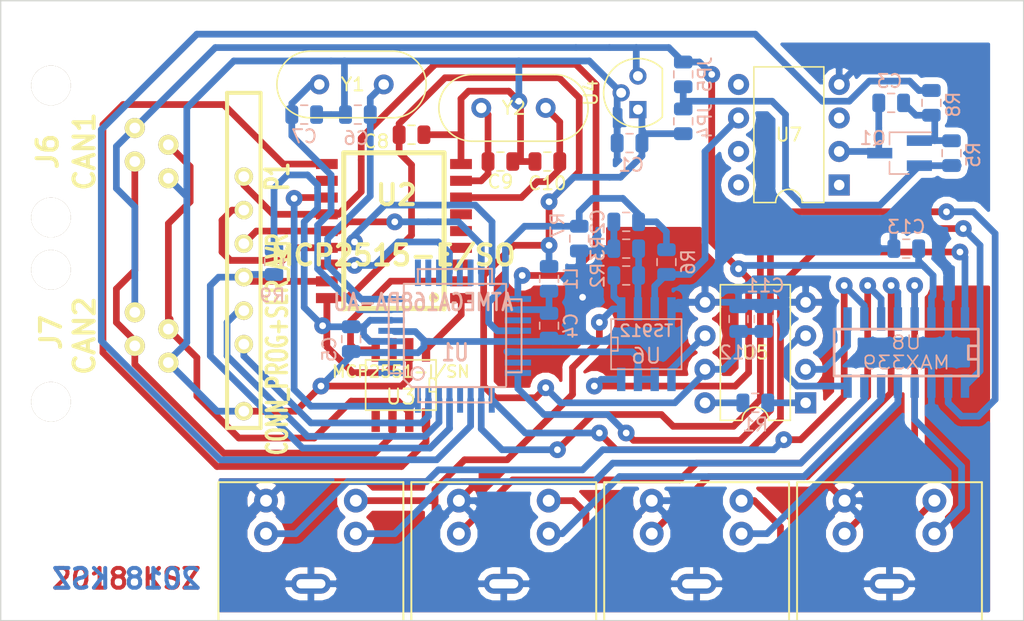
<source format=kicad_pcb>
(kicad_pcb (version 20171130) (host pcbnew 5.0.2+dfsg1-1)
  (title_block (title "Tensiometer measurement board") (company "Klaus Schneider-Zapp"))
  (layers (0 F.Cu signal hide) (31 B.Cu signal) (34 B.Paste user) (35 F.Paste user) (36 B.SilkS user) (37 F.SilkS user) (38 B.Mask user) (39 F.Mask user) (44 Edge.Cuts user))
  (net 0 "")
  (net 1 "Net-(C6-Pad1)")
  (net 2 "Net-(J3-Pad2)")
  (net 3 "Net-(J4-Pad1)")
  (net 4 "Net-(J4-Pad2)")
  (net 5 "Net-(J6-Pad3)")
  (net 6 "Net-(J6-Pad4)")
  (net 7 "Net-(U2-Pad1)")
  (net 8 "Net-(U2-Pad2)")
  (net 9 "Net-(U2-Pad11)")
  (net 10 "Net-(U3-Pad5)")
  (net 11 "Net-(P1-Pad6)")
  (net 12 "Net-(U1-Pad1)")
  (net 13 "Net-(U1-Pad12)")
  (net 14 "Net-(P1-Pad5)")
  (net 15 "Net-(P1-Pad4)")
  (net 16 "Net-(P1-Pad3)")
  (net 17 "Net-(U1-Pad19)")
  (net 18 "Net-(U1-Pad22)")
  (net 19 "Net-(U1-Pad23)")
  (net 20 "Net-(U1-Pad24)")
  (net 21 "Net-(U1-Pad25)")
  (net 22 "Net-(U1-Pad26)")
  (net 23 "Net-(U1-Pad28)")
  (net 24 "Net-(U1-Pad32)")
  (net 25 "Net-(U2-Pad10)")
  (net 26 "Net-(U2-Pad3)")
  (net 27 "Net-(U2-Pad4)")
  (net 28 "Net-(U2-Pad5)")
  (net 29 "Net-(U2-Pad6)")
  (net 30 "Net-(R2-Pad2)")
  (net 31 VCC)
  (net 32 "Net-(J2-Pad1)")
  (net 33 "Net-(J3-Pad1)")
  (net 34 "Net-(U1-Pad13)")
  (net 35 "Net-(U1-Pad14)")
  (net 36 "Net-(J2-Pad2)")
  (net 37 GNDA)
  (net 38 "Net-(R6-Pad1)")
  (net 39 "Net-(C3-Pad2)")
  (net 40 "Net-(R8-Pad1)")
  (net 41 "Net-(JP4-Pad2)")
  (net 42 "Net-(J1-Pad3)")
  (net 43 /12V)
  (net 44 "Net-(R1-Pad2)")
  (net 45 "Net-(R1-Pad1)")
  (net 46 "Net-(C4-Pad1)")
  (net 47 "Net-(U5-Pad2)")
  (net 48 "Net-(U5-Pad3)")
  (net 49 "Net-(U7-Pad3)")
  (net 50 "Net-(U7-Pad5)")
  (net 51 "Net-(C10-Pad1)")
  (net 52 "Net-(C9-Pad1)")
  (net 53 "Net-(J1-Pad1)")
  (net 54 "Net-(J1-Pad2)")
  (net 55 "Net-(U1-Pad2)")
  (net 56 "Net-(C7-Pad1)")
  (net 57 "Net-(U1-Pad9)")
  (net 58 "Net-(U1-Pad10)")
  (net 59 "Net-(U1-Pad11)")
  (net 60 "Net-(U5-Pad6)")
  (net 61 "Net-(P1-Pad7)")
  (net 62 "Net-(P1-Pad8)")
  (net 63 "Net-(C2-Pad1)")
  (net 64 "Net-(C3-Pad1)")
  (module Capacitor_SMD:C_0805_2012Metric (layer B.Cu) (at 271.78 130.556 180)
    (fp_text reference C13 (at 0 1.65 180) (layer B.SilkS) (effects (justify mirror)))
    (fp_text value 10n)
    (pad 2 smd roundrect (at 0.9375 0 180) (size 0.975 1.4) (layers B.Cu B.Paste B.Mask) (net 37 GNDA))
    (pad 1 smd roundrect (at -0.9375 0 180) (size 0.975 1.4) (layers B.Cu B.Paste B.Mask) (net 43 /12V))
  )
  (module Capacitor_SMD:C_0805_2012Metric (layer B.Cu) (at 260.985 135.89 90)
    (fp_text reference C11 (at 2.54 0.127 180) (layer B.SilkS) (effects (justify mirror)))
    (fp_text value 100n)
    (pad 2 smd roundrect (at 0.9375 0 90) (size 0.975 1.4) (layers B.Cu B.Paste B.Mask) (net 37 GNDA))
    (pad 1 smd roundrect (at -0.9375 0 90) (size 0.975 1.4) (layers B.Cu B.Paste B.Mask) (net 31 VCC))
  )
  (module Capacitor_SMD:C_0805_2012Metric (layer B.Cu) (at 259.08 135.89 90)
    (fp_text reference C12 (at -2.54 0 180) (layer B.SilkS) (effects (justify mirror)))
    (fp_text value 10u)
    (pad 2 smd roundrect (at 0.9375 0 90) (size 0.975 1.4) (layers B.Cu B.Paste B.Mask) (net 37 GNDA))
    (pad 1 smd roundrect (at -0.9375 0 90) (size 0.975 1.4) (layers B.Cu B.Paste B.Mask) (net 31 VCC))
  )
  (module Capacitor_SMD:C_0805_2012Metric (layer B.Cu) (at 250.571 128.524 180)
    (fp_text reference C2 (at 2.159 0 270) (layer B.SilkS) (effects (justify mirror)))
    (fp_text value 100n)
    (pad 2 smd roundrect (at 0.9375 0 180) (size 0.975 1.4) (layers B.Cu B.Paste B.Mask) (net 37 GNDA))
    (pad 1 smd roundrect (at -0.9375 0 180) (size 0.975 1.4) (layers B.Cu B.Paste B.Mask) (net 63 "Net-(C2-Pad1)"))
  )
  (module ICs_SMD_K:SOIC18_300 (layer F.Cu) (at 232.9815 129.2225 270)
    (fp_text reference U2 (at -2.7305 -0.1905) (layer F.SilkS) (effects (font (size 1.524 1.524) (thickness 0.3048))))
    (fp_text value MCP2515-E/SO (at 1.8415 0.0635) (layer F.SilkS) (effects (font (size 1.524 1.524) (thickness 0.3048))))
    (pad 9 smd rect (at -5.08 -5.08 270) (size 0.762 1.651) (layers F.Cu F.Paste F.Mask) (net 37 GNDA))
    (pad 8 smd rect (at -3.81 -5.08 270) (size 0.762 1.651) (layers F.Cu F.Paste F.Mask) (net 52 "Net-(C9-Pad1)"))
    (pad 7 smd rect (at -2.54 -5.08 270) (size 0.762 1.651) (layers F.Cu F.Paste F.Mask) (net 51 "Net-(C10-Pad1)"))
    (pad 6 smd rect (at -1.27 -5.08 270) (size 0.762 1.651) (layers F.Cu F.Paste F.Mask) (net 29 "Net-(U2-Pad6)"))
    (pad 5 smd rect (at 0 -5.08 270) (size 0.762 1.651) (layers F.Cu F.Paste F.Mask) (net 28 "Net-(U2-Pad5)"))
    (pad 4 smd rect (at 1.27 -5.08 270) (size 0.762 1.651) (layers F.Cu F.Paste F.Mask) (net 27 "Net-(U2-Pad4)"))
    (pad 3 smd rect (at 2.54 -5.08 270) (size 0.762 1.651) (layers F.Cu F.Paste F.Mask) (net 26 "Net-(U2-Pad3)"))
    (pad 2 smd rect (at 3.81 -5.08 270) (size 0.762 1.651) (layers F.Cu F.Paste F.Mask) (net 8 "Net-(U2-Pad2)"))
    (pad 1 smd rect (at 5.08 -5.08 270) (size 0.762 1.651) (layers F.Cu F.Paste F.Mask) (net 7 "Net-(U2-Pad1)"))
    (pad 18 smd rect (at 5.08 5.08 270) (size 0.762 1.651) (layers F.Cu F.Paste F.Mask) (net 31 VCC))
    (pad 17 smd rect (at 3.81 5.08 270) (size 0.762 1.651) (layers F.Cu F.Paste F.Mask) (net 11 "Net-(P1-Pad6)"))
    (pad 16 smd rect (at 2.54 5.08 270) (size 0.762 1.651) (layers F.Cu F.Paste F.Mask) (net 13 "Net-(U1-Pad12)"))
    (pad 10 smd rect (at -5.08 5.08 270) (size 0.762 1.651) (layers F.Cu F.Paste F.Mask) (net 25 "Net-(U2-Pad10)"))
    (pad 11 smd rect (at -3.81 5.08 270) (size 0.762 1.651) (layers F.Cu F.Paste F.Mask) (net 9 "Net-(U2-Pad11)"))
    (pad 13 smd rect (at -1.27 5.08 270) (size 0.762 1.651) (layers F.Cu F.Paste F.Mask) (net 16 "Net-(P1-Pad3)"))
    (pad 12 smd rect (at -2.54 5.08 270) (size 0.762 1.651) (layers F.Cu F.Paste F.Mask) (net 24 "Net-(U1-Pad32)"))
    (pad 14 smd rect (at 0 5.08 270) (size 0.762 1.651) (layers F.Cu F.Paste F.Mask) (net 14 "Net-(P1-Pad5)"))
    (pad 15 smd rect (at 1.27 5.08 270) (size 0.762 1.651) (layers F.Cu F.Paste F.Mask) (net 15 "Net-(P1-Pad4)"))
  )
  (module Capacitor_SMD:C_0805_2012Metric (layer B.Cu) (at 226.187 120.396)
    (fp_text reference C7 (at 0 1.65) (layer B.SilkS) (effects (justify mirror)))
    (fp_text value 22p)
    (pad 2 smd roundrect (at 0.9375 0) (size 0.975 1.4) (layers B.Cu B.Paste B.Mask) (net 37 GNDA))
    (pad 1 smd roundrect (at -0.9375 0) (size 0.975 1.4) (layers B.Cu B.Paste B.Mask) (net 56 "Net-(C7-Pad1)"))
  )
  (module Capacitor_SMD:C_0805_2012Metric (layer B.Cu) (at 244.729 136.398 270)
    (fp_text reference C4 (at 0 -1.651 270) (layer B.SilkS) (effects (justify mirror)))
    (fp_text value 100n)
    (pad 2 smd roundrect (at 0.9375 0 270) (size 0.975 1.4) (layers B.Cu B.Paste B.Mask) (net 37 GNDA))
    (pad 1 smd roundrect (at -0.9375 0 270) (size 0.975 1.4) (layers B.Cu B.Paste B.Mask) (net 46 "Net-(C4-Pad1)"))
  )
  (module Package_DIP:DIP-8_W7.62mm (layer F.Cu) (at 266.7 125.73 180)
    (fp_text reference U7 (at 3.81 3.81 180) (layer F.SilkS))
    (fp_text value REF02)
    (pad 8 thru_hole oval (at 7.62 0 180) (size 1.6 1.6) (drill 0.8) (layers *.Cu *.Mask))
    (pad 4 thru_hole oval (at 0 7.62 180) (size 1.6 1.6) (drill 0.8) (layers *.Cu *.Mask) (net 37 GNDA))
    (pad 7 thru_hole oval (at 7.62 2.54 180) (size 1.6 1.6) (drill 0.8) (layers *.Cu *.Mask))
    (pad 3 thru_hole oval (at 0 5.08 180) (size 1.6 1.6) (drill 0.8) (layers *.Cu *.Mask) (net 49 "Net-(U7-Pad3)"))
    (pad 6 thru_hole oval (at 7.62 5.08 180) (size 1.6 1.6) (drill 0.8) (layers *.Cu *.Mask) (net 38 "Net-(R6-Pad1)"))
    (pad 2 thru_hole oval (at 0 2.54 180) (size 1.6 1.6) (drill 0.8) (layers *.Cu *.Mask) (net 64 "Net-(C3-Pad1)"))
    (pad 5 thru_hole oval (at 7.62 7.62 180) (size 1.6 1.6) (drill 0.8) (layers *.Cu *.Mask) (net 50 "Net-(U7-Pad5)"))
    (pad 1 thru_hole rect (at 0 0 180) (size 1.6 1.6) (drill 0.8) (layers *.Cu *.Mask))
  )
  (module Inductor_SMD:L_0805_2012Metric (layer B.Cu) (at 244.729 132.842 270)
    (fp_text reference L1 (at 0 -1.651 270) (layer B.SilkS) (effects (justify mirror)))
    (fp_text value 10µ)
    (pad 2 smd roundrect (at 0.9375 0 270) (size 0.975 1.4) (layers B.Cu B.Paste B.Mask) (net 46 "Net-(C4-Pad1)"))
    (pad 1 smd roundrect (at -0.9375 0 270) (size 0.975 1.4) (layers B.Cu B.Paste B.Mask) (net 31 VCC))
  )
  (module ICs_SMD_K:TQFP32 (layer B.Cu) (at 237.617 137.16)
    (fp_text reference U1 (at 0 1.27) (layer B.SilkS) (effects (font (size 1.27 1.016) (thickness 0.2032)) (justify mirror)))
    (fp_text value ATMEGA168PA-AU (at -2.413 -2.54) (layer B.SilkS) (effects (font (size 1.27 1.016) (thickness 0.2032)) (justify mirror)))
    (pad 16 smd rect (at 2.794 -4.7752) (size 0.44958 1.99898) (layers B.Cu B.Paste B.Mask) (net 15 "Net-(P1-Pad4)"))
    (pad 15 smd rect (at 1.9812 -4.7752) (size 0.44958 1.99898) (layers B.Cu B.Paste B.Mask) (net 14 "Net-(P1-Pad5)"))
    (pad 14 smd rect (at 1.1684 -4.7752) (size 0.44958 1.99898) (layers B.Cu B.Paste B.Mask) (net 35 "Net-(U1-Pad14)"))
    (pad 13 smd rect (at 0.3556 -4.7752) (size 0.44958 1.99898) (layers B.Cu B.Paste B.Mask) (net 34 "Net-(U1-Pad13)"))
    (pad 12 smd rect (at -0.4318 -4.7752) (size 0.44958 1.99898) (layers B.Cu B.Paste B.Mask) (net 13 "Net-(U1-Pad12)"))
    (pad 11 smd rect (at -1.2192 -4.7752) (size 0.44958 1.99898) (layers B.Cu B.Paste B.Mask) (net 59 "Net-(U1-Pad11)"))
    (pad 10 smd rect (at -2.032 -4.7752) (size 0.44958 1.99898) (layers B.Cu B.Paste B.Mask) (net 58 "Net-(U1-Pad10)"))
    (pad 9 smd rect (at -2.8194 -4.7752) (size 0.44958 1.99898) (layers B.Cu B.Paste B.Mask) (net 57 "Net-(U1-Pad9)"))
    (pad 25 smd rect (at 2.77368 4.826) (size 0.44958 1.99898) (layers B.Cu B.Paste B.Mask) (net 21 "Net-(U1-Pad25)"))
    (pad 26 smd rect (at 1.97612 4.826) (size 0.44958 1.99898) (layers B.Cu B.Paste B.Mask) (net 22 "Net-(U1-Pad26)"))
    (pad 27 smd rect (at 1.17348 4.826) (size 0.44958 1.99898) (layers B.Cu B.Paste B.Mask) (net 40 "Net-(R8-Pad1)"))
    (pad 28 smd rect (at 0.37592 4.826) (size 0.44958 1.99898) (layers B.Cu B.Paste B.Mask) (net 23 "Net-(U1-Pad28)"))
    (pad 29 smd rect (at -0.42672 4.826) (size 0.44958 1.99898) (layers B.Cu B.Paste B.Mask) (net 11 "Net-(P1-Pad6)"))
    (pad 30 smd rect (at -1.22428 4.826) (size 0.44958 1.99898) (layers B.Cu B.Paste B.Mask) (net 61 "Net-(P1-Pad7)"))
    (pad 31 smd rect (at -2.02692 4.826) (size 0.44958 1.99898) (layers B.Cu B.Paste B.Mask) (net 62 "Net-(P1-Pad8)"))
    (pad 32 smd rect (at -2.82448 4.826) (size 0.44958 1.99898) (layers B.Cu B.Paste B.Mask) (net 24 "Net-(U1-Pad32)"))
    (pad 23 smd rect (at 4.7498 2.032) (size 1.99898 0.44958) (layers B.Cu B.Paste B.Mask) (net 19 "Net-(U1-Pad23)"))
    (pad 22 smd rect (at 4.7498 1.2192) (size 1.99898 0.44958) (layers B.Cu B.Paste B.Mask) (net 18 "Net-(U1-Pad22)"))
    (pad 21 smd rect (at 4.7498 0.4318) (size 1.99898 0.44958) (layers B.Cu B.Paste B.Mask) (net 37 GNDA))
    (pad 20 smd rect (at 4.7498 -0.381) (size 1.99898 0.44958) (layers B.Cu B.Paste B.Mask) (net 63 "Net-(C2-Pad1)"))
    (pad 19 smd rect (at 4.7498 -1.1684) (size 1.99898 0.44958) (layers B.Cu B.Paste B.Mask) (net 17 "Net-(U1-Pad19)"))
    (pad 18 smd rect (at 4.7498 -1.9812) (size 1.99898 0.44958) (layers B.Cu B.Paste B.Mask) (net 46 "Net-(C4-Pad1)"))
    (pad 17 smd rect (at 4.7498 -2.794) (size 1.99898 0.44958) (layers B.Cu B.Paste B.Mask) (net 16 "Net-(P1-Pad3)"))
    (pad 24 smd rect (at 4.7498 2.8194) (size 1.99898 0.44958) (layers B.Cu B.Paste B.Mask) (net 20 "Net-(U1-Pad24)"))
    (pad 1 smd rect (at -4.81584 2.82448) (size 1.99898 0.44958) (layers B.Cu B.Paste B.Mask) (net 12 "Net-(U1-Pad1)"))
    (pad 2 smd rect (at -4.81584 2.02438) (size 1.99898 0.44958) (layers B.Cu B.Paste B.Mask) (net 55 "Net-(U1-Pad2)"))
    (pad 3 smd rect (at -4.81584 1.22428) (size 1.99898 0.44958) (layers B.Cu B.Paste B.Mask) (net 37 GNDA))
    (pad 4 smd rect (at -4.81584 0.42418) (size 1.99898 0.44958) (layers B.Cu B.Paste B.Mask) (net 31 VCC))
    (pad 5 smd rect (at -4.81584 -0.37592) (size 1.99898 0.44958) (layers B.Cu B.Paste B.Mask) (net 37 GNDA))
    (pad 6 smd rect (at -4.81584 -1.17602) (size 1.99898 0.44958) (layers B.Cu B.Paste B.Mask) (net 31 VCC))
    (pad 7 smd rect (at -4.81584 -1.97612) (size 1.99898 0.44958) (layers B.Cu B.Paste B.Mask) (net 56 "Net-(C7-Pad1)"))
    (pad 8 smd rect (at -4.81584 -2.77622) (size 1.99898 0.44958) (layers B.Cu B.Paste B.Mask) (net 1 "Net-(C6-Pad1)"))
  )
  (module Connectors_K:CONN_MINI_DIN_4 (layer F.Cu) (at 270.51 160.655 180)
    (fp_text reference J4 (at 0 0.5 180) (layer F.SilkS))
    (fp_text value Tens1)
    (pad 1 thru_hole circle (at -3.4 8.5 180) (size 1.8 1.8) (drill 0.9) (layers *.Cu *.Mask) (net 3 "Net-(J4-Pad1)"))
    (pad 2 thru_hole circle (at 3.4 8.5 180) (size 1.8 1.8) (drill 0.9) (layers *.Cu *.Mask) (net 4 "Net-(J4-Pad2)"))
    (pad 3 thru_hole circle (at -3.4 11 180) (size 1.8 1.8) (drill 0.9) (layers *.Cu *.Mask) (net 42 "Net-(J1-Pad3)"))
    (pad 4 thru_hole circle (at 3.4 11 180) (size 1.8 1.8) (drill 0.9) (layers *.Cu *.Mask) (net 37 GNDA))
    (pad 5 thru_hole oval (at 0 4.7 180) (size 3 1.5) (drill oval 2.2 0.7) (layers *.Cu *.Mask) (net 37 GNDA))
  )
  (module Package_TO_SOT_THT:TO-92 (layer F.Cu) (at 251.46 120.015 90)
    (fp_text reference U4 (at 1.27 -3.56 90) (layer F.SilkS))
    (fp_text value LP2950-5.0_TO92)
    (pad 1 thru_hole rect (at 0 0 180) (size 1.3 1.3) (drill 0.75) (layers *.Cu *.Mask) (net 31 VCC))
    (pad 3 thru_hole circle (at 2.54 0 180) (size 1.3 1.3) (drill 0.75) (layers *.Cu *.Mask) (net 43 /12V))
    (pad 2 thru_hole circle (at 1.27 -1.27 180) (size 1.3 1.3) (drill 0.75) (layers *.Cu *.Mask) (net 37 GNDA))
  )
  (module ICs_SMD_K:SOIC16_150 (layer B.Cu) (at 271.78 138.43 180)
    (fp_text reference U8 (at 0 0.762 180) (layer B.SilkS) (effects (font (size 1.016 1.143) (thickness 0.127)) (justify mirror)))
    (fp_text value MAX339 (at 0 -0.762 180) (layer B.SilkS) (effects (font (size 1.016 1.143) (thickness 0.127)) (justify mirror)))
    (pad 16 smd rect (at -4.445 2.54 180) (size 0.635 1.778) (layers B.Cu B.Paste B.Mask) (net 21 "Net-(U1-Pad25)"))
    (pad 15 smd rect (at -3.175 2.54 180) (size 0.635 1.778) (layers B.Cu B.Paste B.Mask) (net 37 GNDA))
    (pad 14 smd rect (at -1.905 2.54 180) (size 0.635 1.778) (layers B.Cu B.Paste B.Mask) (net 43 /12V))
    (pad 13 smd rect (at -0.635 2.54 180) (size 0.635 1.778) (layers B.Cu B.Paste B.Mask) (net 4 "Net-(J4-Pad2)"))
    (pad 12 smd rect (at 0.635 2.54 180) (size 0.635 1.778) (layers B.Cu B.Paste B.Mask) (net 2 "Net-(J3-Pad2)"))
    (pad 11 smd rect (at 1.905 2.54 180) (size 0.635 1.778) (layers B.Cu B.Paste B.Mask) (net 36 "Net-(J2-Pad2)"))
    (pad 10 smd rect (at 3.175 2.54 180) (size 0.635 1.778) (layers B.Cu B.Paste B.Mask) (net 54 "Net-(J1-Pad2)"))
    (pad 9 smd rect (at 4.445 2.54 180) (size 0.635 1.778) (layers B.Cu B.Paste B.Mask) (net 47 "Net-(U5-Pad2)"))
    (pad 8 smd rect (at 4.445 -2.54 180) (size 0.635 1.778) (layers B.Cu B.Paste B.Mask) (net 48 "Net-(U5-Pad3)"))
    (pad 7 smd rect (at 3.175 -2.54 180) (size 0.635 1.778) (layers B.Cu B.Paste B.Mask) (net 53 "Net-(J1-Pad1)"))
    (pad 6 smd rect (at 1.905 -2.54 180) (size 0.635 1.778) (layers B.Cu B.Paste B.Mask) (net 32 "Net-(J2-Pad1)"))
    (pad 5 smd rect (at 0.635 -2.54 180) (size 0.635 1.778) (layers B.Cu B.Paste B.Mask) (net 33 "Net-(J3-Pad1)"))
    (pad 4 smd rect (at -0.635 -2.54 180) (size 0.635 1.778) (layers B.Cu B.Paste B.Mask) (net 3 "Net-(J4-Pad1)"))
    (pad 3 smd rect (at -1.905 -2.54 180) (size 0.635 1.778) (layers B.Cu B.Paste B.Mask) (net 37 GNDA))
    (pad 2 smd rect (at -3.175 -2.54 180) (size 0.635 1.778) (layers B.Cu B.Paste B.Mask) (net 22 "Net-(U1-Pad26)"))
    (pad 1 smd rect (at -4.445 -2.54 180) (size 0.635 1.778) (layers B.Cu B.Paste B.Mask) (net 20 "Net-(U1-Pad24)"))
  )
  (module ICs_SMD_K:SOIC8_150 (layer B.Cu) (at 252.095 137.795)
    (fp_text reference U6 (at 0 0.889) (layer B.SilkS) (effects (font (size 1.143 1.143) (thickness 0.1524)) (justify mirror)))
    (fp_text value TS912 (at 0 -1.016) (layer B.SilkS) (effects (font (size 0.889 0.889) (thickness 0.1524)) (justify mirror)))
    (pad 4 smd rect (at 1.905 -2.667) (size 0.635 1.778) (layers B.Cu B.Paste B.Mask) (net 37 GNDA))
    (pad 3 smd rect (at 0.635 -2.667) (size 0.635 1.778) (layers B.Cu B.Paste B.Mask) (net 38 "Net-(R6-Pad1)"))
    (pad 2 smd rect (at -0.635 -2.667) (size 0.635 1.778) (layers B.Cu B.Paste B.Mask) (net 30 "Net-(R2-Pad2)"))
    (pad 5 smd rect (at 1.905 2.667) (size 0.635 1.778) (layers B.Cu B.Paste B.Mask) (net 60 "Net-(U5-Pad6)"))
    (pad 6 smd rect (at 0.635 2.667) (size 0.635 1.778) (layers B.Cu B.Paste B.Mask) (net 18 "Net-(U1-Pad22)"))
    (pad 7 smd rect (at -0.635 2.667) (size 0.635 1.778) (layers B.Cu B.Paste B.Mask) (net 18 "Net-(U1-Pad22)"))
    (pad 1 smd rect (at -1.905 -2.667) (size 0.635 1.778) (layers B.Cu B.Paste B.Mask) (net 42 "Net-(J1-Pad3)"))
    (pad 8 smd rect (at -1.905 2.667) (size 0.635 1.778) (layers B.Cu B.Paste B.Mask) (net 43 /12V))
  )
  (module Capacitor_SMD:C_0805_2012Metric (layer F.Cu) (at 244.602 123.952 180)
    (fp_text reference C10 (at 0 -1.65 180) (layer F.SilkS))
    (fp_text value 33p)
    (pad 2 smd roundrect (at 0.9375 0 180) (size 0.975 1.4) (layers F.Cu F.Paste F.Mask) (net 37 GNDA))
    (pad 1 smd roundrect (at -0.9375 0 180) (size 0.975 1.4) (layers F.Cu F.Paste F.Mask) (net 51 "Net-(C10-Pad1)"))
  )
  (module Capacitor_SMD:C_0805_2012Metric (layer F.Cu) (at 241.046 123.952)
    (fp_text reference C9 (at 0 1.524) (layer F.SilkS))
    (fp_text value 33p)
    (pad 2 smd roundrect (at 0.9375 0) (size 0.975 1.4) (layers F.Cu F.Paste F.Mask) (net 37 GNDA))
    (pad 1 smd roundrect (at -0.9375 0) (size 0.975 1.4) (layers F.Cu F.Paste F.Mask) (net 52 "Net-(C9-Pad1)"))
  )
  (module Capacitor_SMD:C_0805_2012Metric (layer F.Cu) (at 234.315 121.92)
    (fp_text reference C8 (at -2.667 0.508) (layer F.SilkS))
    (fp_text value 100n)
    (pad 2 smd roundrect (at 0.9375 0) (size 0.975 1.4) (layers F.Cu F.Paste F.Mask) (net 37 GNDA))
    (pad 1 smd roundrect (at -0.9375 0) (size 0.975 1.4) (layers F.Cu F.Paste F.Mask) (net 31 VCC))
  )
  (module Connectors_K:CONN_MINI_DIN_4 (layer F.Cu) (at 226.695 160.655 180)
    (fp_text reference J1 (at 0 0.5 180) (layer F.SilkS))
    (fp_text value Tens4)
    (pad 1 thru_hole circle (at -3.4 8.5 180) (size 1.8 1.8) (drill 0.9) (layers *.Cu *.Mask) (net 53 "Net-(J1-Pad1)"))
    (pad 2 thru_hole circle (at 3.4 8.5 180) (size 1.8 1.8) (drill 0.9) (layers *.Cu *.Mask) (net 54 "Net-(J1-Pad2)"))
    (pad 3 thru_hole circle (at -3.4 11 180) (size 1.8 1.8) (drill 0.9) (layers *.Cu *.Mask) (net 42 "Net-(J1-Pad3)"))
    (pad 4 thru_hole circle (at 3.4 11 180) (size 1.8 1.8) (drill 0.9) (layers *.Cu *.Mask) (net 37 GNDA))
    (pad 5 thru_hole oval (at 0 4.7 180) (size 3 1.5) (drill oval 2.2 0.7) (layers *.Cu *.Mask) (net 37 GNDA))
  )
  (module Package_DIP:DIP-8_W7.62mm (layer F.Cu) (at 264.16 142.24 180)
    (fp_text reference U5 (at 3.81 3.81 180) (layer F.SilkS))
    (fp_text value AD623)
    (pad 8 thru_hole oval (at 7.62 0 180) (size 1.6 1.6) (drill 0.8) (layers *.Cu *.Mask) (net 45 "Net-(R1-Pad1)"))
    (pad 4 thru_hole oval (at 0 7.62 180) (size 1.6 1.6) (drill 0.8) (layers *.Cu *.Mask) (net 37 GNDA))
    (pad 7 thru_hole oval (at 7.62 2.54 180) (size 1.6 1.6) (drill 0.8) (layers *.Cu *.Mask) (net 31 VCC))
    (pad 3 thru_hole oval (at 0 5.08 180) (size 1.6 1.6) (drill 0.8) (layers *.Cu *.Mask) (net 48 "Net-(U5-Pad3)"))
    (pad 6 thru_hole oval (at 7.62 5.08 180) (size 1.6 1.6) (drill 0.8) (layers *.Cu *.Mask) (net 60 "Net-(U5-Pad6)"))
    (pad 2 thru_hole oval (at 0 2.54 180) (size 1.6 1.6) (drill 0.8) (layers *.Cu *.Mask) (net 47 "Net-(U5-Pad2)"))
    (pad 5 thru_hole oval (at 7.62 7.62 180) (size 1.6 1.6) (drill 0.8) (layers *.Cu *.Mask) (net 37 GNDA))
    (pad 1 thru_hole rect (at 0 0 180) (size 1.6 1.6) (drill 0.8) (layers *.Cu *.Mask) (net 44 "Net-(R1-Pad2)"))
  )
  (module Resistor_SMD:R_0805_2012Metric (layer B.Cu) (at 254.889 117.348 90)
    (fp_text reference JP5 (at 0 1.65 90) (layer B.SilkS) (effects (justify mirror)))
    (fp_text value a10)
    (pad 2 smd roundrect (at 0.9375 0 90) (size 0.975 1.4) (layers B.Cu B.Paste B.Mask) (net 43 /12V))
    (pad 1 smd roundrect (at -0.9375 0 90) (size 0.975 1.4) (layers B.Cu B.Paste B.Mask) (net 41 "Net-(JP4-Pad2)"))
  )
  (module Resistor_SMD:R_0805_2012Metric (layer B.Cu) (at 254.889 120.904 90)
    (fp_text reference JP4 (at 0 1.65 90) (layer B.SilkS) (effects (justify mirror)))
    (fp_text value ad)
    (pad 2 smd roundrect (at 0.9375 0 90) (size 0.975 1.4) (layers B.Cu B.Paste B.Mask) (net 41 "Net-(JP4-Pad2)"))
    (pad 1 smd roundrect (at -0.9375 0 90) (size 0.975 1.4) (layers B.Cu B.Paste B.Mask) (net 31 VCC))
  )
  (module Resistor_SMD:R_0805_2012Metric (layer B.Cu) (at 275.209 123.317 270)
    (fp_text reference R5 (at 0.127 -1.651 270) (layer B.SilkS) (effects (justify mirror)))
    (fp_text value 100k)
    (pad 2 smd roundrect (at 0.9375 0 270) (size 0.975 1.4) (layers B.Cu B.Paste B.Mask) (net 41 "Net-(JP4-Pad2)"))
    (pad 1 smd roundrect (at -0.9375 0 270) (size 0.975 1.4) (layers B.Cu B.Paste B.Mask) (net 39 "Net-(C3-Pad2)"))
  )
  (module Resistor_SMD:R_0805_2012Metric (layer B.Cu) (at 273.685 119.507 270)
    (fp_text reference R8 (at 0.127 -1.651 270) (layer B.SilkS) (effects (justify mirror)))
    (fp_text value 10)
    (pad 2 smd roundrect (at 0.9375 0 270) (size 0.975 1.4) (layers B.Cu B.Paste B.Mask) (net 39 "Net-(C3-Pad2)"))
    (pad 1 smd roundrect (at -0.9375 0 270) (size 0.975 1.4) (layers B.Cu B.Paste B.Mask) (net 40 "Net-(R8-Pad1)"))
  )
  (module Resistor_SMD:R_0805_2012Metric (layer B.Cu) (at 223.901 131.572 270)
    (fp_text reference R9 (at 2.54 0.127) (layer B.SilkS) (effects (justify mirror)))
    (fp_text value 10k)
    (pad 2 smd roundrect (at 0.9375 0 270) (size 0.975 1.4) (layers B.Cu B.Paste B.Mask) (net 11 "Net-(P1-Pad6)"))
    (pad 1 smd roundrect (at -0.9375 0 270) (size 0.975 1.4) (layers B.Cu B.Paste B.Mask) (net 31 VCC))
  )
  (module Resistor_SMD:R_0805_2012Metric (layer B.Cu) (at 253.619 131.572 90)
    (fp_text reference R6 (at 0 1.65 90) (layer B.SilkS) (effects (justify mirror)))
    (fp_text value 100k)
    (pad 2 smd roundrect (at 0.9375 0 90) (size 0.975 1.4) (layers B.Cu B.Paste B.Mask) (net 63 "Net-(C2-Pad1)"))
    (pad 1 smd roundrect (at -0.9375 0 90) (size 0.975 1.4) (layers B.Cu B.Paste B.Mask) (net 38 "Net-(R6-Pad1)"))
  )
  (module Resistor_SMD:R_0805_2012Metric (layer B.Cu) (at 247.015 129.794 270)
    (fp_text reference R7 (at -1.016 1.651 270) (layer B.SilkS) (effects (justify mirror)))
    (fp_text value 100k)
    (pad 2 smd roundrect (at 0.9375 0 270) (size 0.975 1.4) (layers B.Cu B.Paste B.Mask) (net 37 GNDA))
    (pad 1 smd roundrect (at -0.9375 0 270) (size 0.975 1.4) (layers B.Cu B.Paste B.Mask) (net 63 "Net-(C2-Pad1)"))
  )
  (module Connectors_K:CONN_MINI_DIN_4 (layer F.Cu) (at 241.3 160.655 180)
    (fp_text reference J2 (at 0 0.5 180) (layer F.SilkS))
    (fp_text value Tens3)
    (pad 1 thru_hole circle (at -3.4 8.5 180) (size 1.8 1.8) (drill 0.9) (layers *.Cu *.Mask) (net 32 "Net-(J2-Pad1)"))
    (pad 2 thru_hole circle (at 3.4 8.5 180) (size 1.8 1.8) (drill 0.9) (layers *.Cu *.Mask) (net 36 "Net-(J2-Pad2)"))
    (pad 3 thru_hole circle (at -3.4 11 180) (size 1.8 1.8) (drill 0.9) (layers *.Cu *.Mask) (net 42 "Net-(J1-Pad3)"))
    (pad 4 thru_hole circle (at 3.4 11 180) (size 1.8 1.8) (drill 0.9) (layers *.Cu *.Mask) (net 37 GNDA))
    (pad 5 thru_hole oval (at 0 4.7 180) (size 3 1.5) (drill oval 2.2 0.7) (layers *.Cu *.Mask) (net 37 GNDA))
  )
  (module Connectors_K:CONN_MINI_DIN_4 (layer F.Cu) (at 255.905 160.655 180)
    (fp_text reference J3 (at 0 0.5 180) (layer F.SilkS))
    (fp_text value Tens2)
    (pad 1 thru_hole circle (at -3.4 8.5 180) (size 1.8 1.8) (drill 0.9) (layers *.Cu *.Mask) (net 33 "Net-(J3-Pad1)"))
    (pad 2 thru_hole circle (at 3.4 8.5 180) (size 1.8 1.8) (drill 0.9) (layers *.Cu *.Mask) (net 2 "Net-(J3-Pad2)"))
    (pad 3 thru_hole circle (at -3.4 11 180) (size 1.8 1.8) (drill 0.9) (layers *.Cu *.Mask) (net 42 "Net-(J1-Pad3)"))
    (pad 4 thru_hole circle (at 3.4 11 180) (size 1.8 1.8) (drill 0.9) (layers *.Cu *.Mask) (net 37 GNDA))
    (pad 5 thru_hole oval (at 0 4.7 180) (size 3 1.5) (drill oval 2.2 0.7) (layers *.Cu *.Mask) (net 37 GNDA))
  )
  (module Crystal:Crystal_HC49-U_Vertical (layer F.Cu) (at 244.475 119.888 180)
    (fp_text reference Y2 (at 2.413 0 180) (layer F.SilkS))
    (fp_text value 16MHz)
    (pad 2 thru_hole circle (at 4.88 0 180) (size 1.5 1.5) (drill 0.8) (layers *.Cu *.Mask) (net 52 "Net-(C9-Pad1)"))
    (pad 1 thru_hole circle (at 0 0 180) (size 1.5 1.5) (drill 0.8) (layers *.Cu *.Mask) (net 51 "Net-(C10-Pad1)"))
  )
  (module Connectors_K:SIL-10_MYAVR+SER (layer F.Cu) (at 221.615 131.445 270)
    (fp_text reference P1 (at -6.35 -2.54 270) (layer F.SilkS) (effects (font (size 1.72974 1.08712) (thickness 0.27178))))
    (fp_text value CONN_PROG+SER_AVR (at 6.35 -2.54 270) (layer F.SilkS) (effects (font (size 1.524 1.016) (thickness 0.254))))
    (pad 8 thru_hole circle (at 6.35 0 270) (size 1.397 1.397) (drill 0.8128) (layers *.Cu *.Mask F.SilkS) (net 62 "Net-(P1-Pad8)"))
    (pad 7 thru_hole circle (at 3.81 0 270) (size 1.397 1.397) (drill 0.8128) (layers *.Cu *.Mask F.SilkS) (net 61 "Net-(P1-Pad7)"))
    (pad 10 thru_hole circle (at 11.43 0 270) (size 1.397 1.397) (drill 0.8128) (layers *.Cu *.Mask F.SilkS) (net 37 GNDA))
    (pad 6 thru_hole circle (at 1.27 0 270) (size 1.397 1.397) (drill 0.8128) (layers *.Cu *.Mask F.SilkS) (net 11 "Net-(P1-Pad6)"))
    (pad 5 thru_hole circle (at -1.27 0 270) (size 1.397 1.397) (drill 0.8128) (layers *.Cu *.Mask F.SilkS) (net 14 "Net-(P1-Pad5)"))
    (pad 4 thru_hole circle (at -3.81 0 270) (size 1.397 1.397) (drill 0.8128) (layers *.Cu *.Mask F.SilkS) (net 15 "Net-(P1-Pad4)"))
    (pad 3 thru_hole circle (at -6.35 0 270) (size 1.397 1.397) (drill 0.8128) (layers *.Cu *.Mask F.SilkS) (net 16 "Net-(P1-Pad3)"))
  )
  (module Capacitor_SMD:C_0805_2012Metric (layer B.Cu) (at 250.825 122.555 180)
    (fp_text reference C1 (at -0.127 -1.651 180) (layer B.SilkS) (effects (justify mirror)))
    (fp_text value 4.7u)
    (pad 2 smd roundrect (at 0.9375 0 180) (size 0.975 1.4) (layers B.Cu B.Paste B.Mask) (net 37 GNDA))
    (pad 1 smd roundrect (at -0.9375 0 180) (size 0.975 1.4) (layers B.Cu B.Paste B.Mask) (net 31 VCC))
  )
  (module Capacitor_SMD:C_0805_2012Metric (layer B.Cu) (at 270.637 119.507)
    (fp_text reference C3 (at -0.127 -1.651 180) (layer B.SilkS) (effects (justify mirror)))
    (fp_text value 100n)
    (pad 2 smd roundrect (at 0.9375 0) (size 0.975 1.4) (layers B.Cu B.Paste B.Mask) (net 39 "Net-(C3-Pad2)"))
    (pad 1 smd roundrect (at -0.9375 0) (size 0.975 1.4) (layers B.Cu B.Paste B.Mask) (net 64 "Net-(C3-Pad1)"))
  )
  (module Capacitor_SMD:C_0805_2012Metric (layer B.Cu) (at 229.743 137.414 270)
    (fp_text reference C5 (at 0.762 1.651 270) (layer B.SilkS) (effects (justify mirror)))
    (fp_text value 100n)
    (pad 2 smd roundrect (at 0.9375 0 270) (size 0.975 1.4) (layers B.Cu B.Paste B.Mask) (net 37 GNDA))
    (pad 1 smd roundrect (at -0.9375 0 270) (size 0.975 1.4) (layers B.Cu B.Paste B.Mask) (net 31 VCC))
  )
  (module Capacitor_SMD:C_0805_2012Metric (layer B.Cu) (at 230.251 120.396 180)
    (fp_text reference C6 (at 0.127 -1.778 180) (layer B.SilkS) (effects (justify mirror)))
    (fp_text value 22p)
    (pad 2 smd roundrect (at 0.9375 0 180) (size 0.975 1.4) (layers B.Cu B.Paste B.Mask) (net 37 GNDA))
    (pad 1 smd roundrect (at -0.9375 0 180) (size 0.975 1.4) (layers B.Cu B.Paste B.Mask) (net 1 "Net-(C6-Pad1)"))
  )
  (module Connectors_K:RJ11_RO (layer F.Cu) (at 207.01 123.19 270)
    (fp_text reference J6 (at 0 0.254 270) (layer F.SilkS) (effects (font (size 1.524 1.524) (thickness 0.3048))))
    (fp_text value CAN1 (at 0 -2.54 270) (layer F.SilkS) (effects (font (size 1.524 1.524) (thickness 0.3048))))
    (pad 3 thru_hole circle (at -0.508 -8.89 270) (size 1.524 1.524) (drill 0.8128) (layers *.Cu *.Mask F.SilkS) (net 5 "Net-(J6-Pad3)"))
    (pad 5 thru_hole circle (at 2.032 -8.89 270) (size 1.524 1.524) (drill 0.8128) (layers *.Cu *.Mask F.SilkS) (net 37 GNDA))
    (pad 4 thru_hole circle (at 0.762 -6.35 270) (size 1.524 1.524) (drill 0.8128) (layers *.Cu *.Mask F.SilkS) (net 6 "Net-(J6-Pad4)"))
    (pad 2 thru_hole circle (at -1.778 -6.35 270) (size 1.524 1.524) (drill 0.8128) (layers *.Cu *.Mask F.SilkS) (net 43 /12V))
    (pad 8 thru_hole circle (at 5.00126 0 270) (size 2.99974 2.99974) (drill 2.99974) (layers *.Cu *.Mask F.SilkS))
    (pad 7 thru_hole circle (at -5.00126 0 270) (size 2.99974 2.99974) (drill 2.99974) (layers *.Cu *.Mask F.SilkS))
  )
  (module Connectors_K:RJ11_RO (layer F.Cu) (at 207.01 137.16 270)
    (fp_text reference J7 (at -0.254 0 270) (layer F.SilkS) (effects (font (size 1.524 1.524) (thickness 0.3048))))
    (fp_text value CAN2 (at 0 -2.54 270) (layer F.SilkS) (effects (font (size 1.524 1.524) (thickness 0.3048))))
    (pad 3 thru_hole circle (at -0.508 -8.89 270) (size 1.524 1.524) (drill 0.8128) (layers *.Cu *.Mask F.SilkS) (net 5 "Net-(J6-Pad3)"))
    (pad 5 thru_hole circle (at 2.032 -8.89 270) (size 1.524 1.524) (drill 0.8128) (layers *.Cu *.Mask F.SilkS) (net 37 GNDA))
    (pad 4 thru_hole circle (at 0.762 -6.35 270) (size 1.524 1.524) (drill 0.8128) (layers *.Cu *.Mask F.SilkS) (net 6 "Net-(J6-Pad4)"))
    (pad 2 thru_hole circle (at -1.778 -6.35 270) (size 1.524 1.524) (drill 0.8128) (layers *.Cu *.Mask F.SilkS) (net 43 /12V))
    (pad 8 thru_hole circle (at 5.00126 0 270) (size 2.99974 2.99974) (drill 2.99974) (layers *.Cu *.Mask F.SilkS))
    (pad 7 thru_hole circle (at -5.00126 0 270) (size 2.99974 2.99974) (drill 2.99974) (layers *.Cu *.Mask F.SilkS))
  )
  (module Package_TO_SOT_SMD:SOT-23_Handsoldering (layer B.Cu) (at 271.272 123.317 180)
    (fp_text reference Q1 (at 2.032 1.143 180) (layer B.SilkS) (effects (justify mirror)))
    (fp_text value BSS83P)
    (pad 3 smd rect (at 1.5 0 180) (size 1.9 0.8) (layers B.Cu B.Paste B.Mask) (net 64 "Net-(C3-Pad1)"))
    (pad 2 smd rect (at -1.5 -0.95 180) (size 1.9 0.8) (layers B.Cu B.Paste B.Mask) (net 41 "Net-(JP4-Pad2)"))
    (pad 1 smd rect (at -1.5 0.95 180) (size 1.9 0.8) (layers B.Cu B.Paste B.Mask) (net 39 "Net-(C3-Pad2)"))
  )
  (module Resistor_SMD:R_0805_2012Metric (layer B.Cu) (at 260.35 142.24)
    (fp_text reference R1 (at 0 1.65) (layer B.SilkS) (effects (justify mirror)))
    (fp_text value 1k)
    (pad 2 smd roundrect (at 0.9375 0) (size 0.975 1.4) (layers B.Cu B.Paste B.Mask) (net 44 "Net-(R1-Pad2)"))
    (pad 1 smd roundrect (at -0.9375 0) (size 0.975 1.4) (layers B.Cu B.Paste B.Mask) (net 45 "Net-(R1-Pad1)"))
  )
  (module Resistor_SMD:R_0805_2012Metric (layer B.Cu) (at 250.571 132.588)
    (fp_text reference R2 (at -2.159 0 90) (layer B.SilkS) (effects (justify mirror)))
    (fp_text value 100k)
    (pad 2 smd roundrect (at 0.9375 0) (size 0.975 1.4) (layers B.Cu B.Paste B.Mask) (net 30 "Net-(R2-Pad2)"))
    (pad 1 smd roundrect (at -0.9375 0) (size 0.975 1.4) (layers B.Cu B.Paste B.Mask) (net 42 "Net-(J1-Pad3)"))
  )
  (module Resistor_SMD:R_0805_2012Metric (layer B.Cu) (at 250.571 130.556 180)
    (fp_text reference R3 (at 2.159 0 270) (layer B.SilkS) (effects (justify mirror)))
    (fp_text value 100k)
    (pad 2 smd roundrect (at 0.9375 0 180) (size 0.975 1.4) (layers B.Cu B.Paste B.Mask) (net 37 GNDA))
    (pad 1 smd roundrect (at -0.9375 0 180) (size 0.975 1.4) (layers B.Cu B.Paste B.Mask) (net 30 "Net-(R2-Pad2)"))
  )
  (module ICs_SMD_K:SOIC8_150 (layer F.Cu) (at 233.506 140.89 180)
    (fp_text reference U3 (at 0 -0.889 180) (layer F.SilkS) (effects (font (size 1.143 1.143) (thickness 0.1524))))
    (fp_text value MCP2551-I/SN (at 0 1.016 180) (layer F.SilkS) (effects (font (size 0.889 0.889) (thickness 0.1524))))
    (pad 4 smd rect (at 1.905 2.667 180) (size 0.635 1.778) (layers F.Cu F.Paste F.Mask) (net 8 "Net-(U2-Pad2)"))
    (pad 3 smd rect (at 0.635 2.667 180) (size 0.635 1.778) (layers F.Cu F.Paste F.Mask) (net 31 VCC))
    (pad 2 smd rect (at -0.635 2.667 180) (size 0.635 1.778) (layers F.Cu F.Paste F.Mask) (net 37 GNDA))
    (pad 5 smd rect (at 1.905 -2.667 180) (size 0.635 1.778) (layers F.Cu F.Paste F.Mask) (net 10 "Net-(U3-Pad5)"))
    (pad 6 smd rect (at 0.635 -2.667 180) (size 0.635 1.778) (layers F.Cu F.Paste F.Mask) (net 6 "Net-(J6-Pad4)"))
    (pad 7 smd rect (at -0.635 -2.667 180) (size 0.635 1.778) (layers F.Cu F.Paste F.Mask) (net 5 "Net-(J6-Pad3)"))
    (pad 1 smd rect (at -1.905 2.667 180) (size 0.635 1.778) (layers F.Cu F.Paste F.Mask) (net 7 "Net-(U2-Pad1)"))
    (pad 8 smd rect (at -1.905 -2.667 180) (size 0.635 1.778) (layers F.Cu F.Paste F.Mask) (net 25 "Net-(U2-Pad10)"))
  )
  (module Crystal:Crystal_HC49-U_Vertical (layer F.Cu) (at 227.33 118.11)
    (fp_text reference Y1 (at 2.54 0) (layer F.SilkS))
    (fp_text value 7.3728MHz)
    (pad 2 thru_hole circle (at 4.88 0) (size 1.5 1.5) (drill 0.8) (layers *.Cu *.Mask) (net 1 "Net-(C6-Pad1)"))
    (pad 1 thru_hole circle (at 0 0) (size 1.5 1.5) (drill 0.8) (layers *.Cu *.Mask) (net 56 "Net-(C7-Pad1)"))
  )
  (gr_line (start 280.67 111.76) (end 203.2 111.76) (angle 90) (layer Edge.Cuts) (width 0.1))
  (gr_line (start 280.67 158.75) (end 280.67 111.76) (angle 90) (layer Edge.Cuts) (width 0.1))
  (gr_line (start 203.2 158.75) (end 203.2 111.76) (angle 90) (layer Edge.Cuts) (width 0.1))
  (gr_line (start 280.67 158.75) (end 203.2 158.75) (angle 90) (layer Edge.Cuts) (width 0.1))
  (gr_text "2018 KSZ" (at 212.725 155.575) (layer B.Cu) (effects (font (size 1.5 1.5) (thickness 0.3)) (justify mirror)))
  (gr_text "2018 KSZ" (at 212.725 155.575) (layer F.Cu) (effects (font (size 1.5 1.5) (thickness 0.3))))
  (segment (start 232.80116 134.38378) (end 230.512572 134.38378) (width 0.508) (layer B.Cu) (net 1))
  (segment (start 227.965 131.836208) (end 227.965 131.826) (width 0.508) (layer B.Cu) (net 1))
  (segment (start 230.512572 134.38378) (end 227.965 131.836208) (width 0.508) (layer B.Cu) (net 1))
  (segment (start 227.965 131.826) (end 227.965 129.794) (width 0.508) (layer B.Cu) (net 1))
  (segment (start 231.1885 126.5705) (end 231.1885 120.396) (width 0.508) (layer B.Cu) (net 1))
  (segment (start 227.965 129.794) (end 231.1885 126.5705) (width 0.508) (layer B.Cu) (net 1))
  (segment (start 231.1885 120.396) (end 231.1885 119.1315) (width 0.508) (layer B.Cu) (net 1))
  (segment (start 231.1885 119.1315) (end 232.21 118.11) (width 0.508) (layer B.Cu) (net 1))
  (segment (start 256.832 147.828) (end 252.505 152.155) (width 0.508) (layer F.Cu) (net 2))
  (segment (start 264.287 147.828) (end 256.832 147.828) (width 0.508) (layer F.Cu) (net 2))
  (segment (start 271.145 135.89) (end 271.145 133.858) (width 0.508) (layer B.Cu) (net 2))
  (segment (start 270.637 141.478) (end 264.287 147.828) (width 0.508) (layer F.Cu) (net 2))
  (segment (start 270.637 133.35) (end 270.637 141.478) (width 0.508) (layer F.Cu) (net 2))
  (via (at 270.637 133.35) (size 1.27) (drill 0.508) (layers F.Cu B.Cu) (net 2))
  (segment (start 271.145 133.858) (end 270.637 133.35) (width 0.508) (layer B.Cu) (net 2))
  (segment (start 272.415 140.97) (end 272.415 143.51) (width 0.508) (layer B.Cu) (net 3))
  (segment (start 275.971 150.094) (end 273.91 152.155) (width 0.508) (layer B.Cu) (net 3))
  (segment (start 275.971 147.066) (end 275.971 150.094) (width 0.508) (layer B.Cu) (net 3))
  (segment (start 272.415 143.51) (end 275.971 147.066) (width 0.508) (layer B.Cu) (net 3))
  (segment (start 272.415 135.89) (end 272.415 133.35) (width 0.508) (layer B.Cu) (net 4))
  (segment (start 272.415 146.85) (end 267.11 152.155) (width 0.508) (layer F.Cu) (net 4))
  (segment (start 272.415 133.35) (end 272.415 146.85) (width 0.508) (layer F.Cu) (net 4))
  (via (at 272.415 133.35) (size 1.27) (drill 0.508) (layers F.Cu B.Cu) (net 4))
  (segment (start 215.9 136.652) (end 215.9 135.89) (width 0.508) (layer F.Cu) (net 5))
  (segment (start 215.9 135.89) (end 215.9 128.651) (width 0.508) (layer F.Cu) (net 5))
  (segment (start 217.551 124.333) (end 215.9 122.682) (width 0.508) (layer F.Cu) (net 5))
  (segment (start 217.551 127) (end 217.551 124.333) (width 0.508) (layer F.Cu) (net 5))
  (segment (start 215.9 128.651) (end 217.551 127) (width 0.508) (layer F.Cu) (net 5))
  (segment (start 215.9 135.89) (end 216.027 135.89) (width 0.508) (layer F.Cu) (net 5))
  (segment (start 216.027 135.89) (end 215.9 135.89) (width 0.508) (layer F.Cu) (net 5))
  (segment (start 218.059 138.811) (end 215.9 136.652) (width 0.508) (layer F.Cu) (net 5))
  (segment (start 218.059 141.732) (end 218.059 138.811) (width 0.508) (layer F.Cu) (net 5))
  (segment (start 221.234 144.907) (end 218.059 141.732) (width 0.508) (layer F.Cu) (net 5))
  (segment (start 226.949 144.907) (end 221.234 144.907) (width 0.508) (layer F.Cu) (net 5))
  (segment (start 229.743 142.113) (end 226.949 144.907) (width 0.508) (layer F.Cu) (net 5))
  (segment (start 234.141 143.557) (end 234.141 142.955) (width 0.508) (layer F.Cu) (net 5))
  (segment (start 233.299 142.113) (end 229.743 142.113) (width 0.508) (layer F.Cu) (net 5))
  (segment (start 234.141 142.955) (end 233.299 142.113) (width 0.508) (layer F.Cu) (net 5))
  (segment (start 213.36 137.922) (end 213.36 137.541) (width 0.508) (layer F.Cu) (net 6))
  (segment (start 213.36 132.207) (end 213.36 123.952) (width 0.508) (layer F.Cu) (net 6))
  (segment (start 211.963 133.604) (end 213.36 132.207) (width 0.508) (layer F.Cu) (net 6))
  (segment (start 211.963 136.144) (end 211.963 133.604) (width 0.508) (layer F.Cu) (net 6))
  (segment (start 213.36 137.541) (end 211.963 136.144) (width 0.508) (layer F.Cu) (net 6))
  (segment (start 232.871 143.557) (end 232.871 144.7) (width 0.508) (layer F.Cu) (net 6))
  (segment (start 213.36 139.319) (end 213.36 137.922) (width 0.508) (layer F.Cu) (net 6))
  (segment (start 220.091 146.05) (end 213.36 139.319) (width 0.508) (layer F.Cu) (net 6))
  (segment (start 231.521 146.05) (end 220.091 146.05) (width 0.508) (layer F.Cu) (net 6))
  (segment (start 232.871 144.7) (end 231.521 146.05) (width 0.508) (layer F.Cu) (net 6))
  (segment (start 235.411 138.223) (end 236.808 136.826) (width 0.508) (layer F.Cu) (net 7))
  (segment (start 238.078 135.556) (end 238.078 134.286) (width 0.508) (layer F.Cu) (net 7))
  (segment (start 236.808 136.826) (end 238.078 135.556) (width 0.508) (layer F.Cu) (net 7))
  (segment (start 238.078 133.016) (end 232.744 133.016) (width 0.508) (layer F.Cu) (net 8))
  (segment (start 231.601 138.223) (end 230.077 138.223) (width 0.508) (layer F.Cu) (net 8))
  (segment (start 229.696 136.064) (end 232.744 133.016) (width 0.508) (layer F.Cu) (net 8))
  (segment (start 229.696 137.842) (end 229.696 136.064) (width 0.508) (layer F.Cu) (net 8))
  (segment (start 230.077 138.223) (end 229.696 137.842) (width 0.508) (layer F.Cu) (net 8))
  (segment (start 237.19028 144.145) (end 237.19028 144.19072) (width 0.508) (layer B.Cu) (net 11))
  (segment (start 237.19028 144.19072) (end 235.712 145.669) (width 0.508) (layer B.Cu) (net 11))
  (segment (start 237.19028 144.145) (end 237.19028 141.986) (width 0.508) (layer B.Cu) (net 11))
  (segment (start 235.712 145.669) (end 226.06 145.669) (width 0.508) (layer B.Cu) (net 11))
  (segment (start 219.075 138.684) (end 219.075 138.43) (width 0.508) (layer B.Cu) (net 11))
  (segment (start 226.06 145.669) (end 219.075 138.684) (width 0.508) (layer B.Cu) (net 11))
  (segment (start 219.075 138.43) (end 219.075 133.35) (width 0.508) (layer B.Cu) (net 11))
  (segment (start 219.71 132.715) (end 221.615 132.715) (width 0.508) (layer B.Cu) (net 11))
  (segment (start 219.075 133.35) (end 219.71 132.715) (width 0.508) (layer B.Cu) (net 11))
  (segment (start 227.9015 133.0325) (end 221.9325 133.0325) (width 0.508) (layer F.Cu) (net 11))
  (segment (start 221.9325 133.0325) (end 221.615 132.715) (width 0.508) (layer F.Cu) (net 11))
  (segment (start 223.901 132.5095) (end 221.8205 132.5095) (width 0.508) (layer B.Cu) (net 11))
  (segment (start 221.8205 132.5095) (end 221.615 132.715) (width 0.508) (layer B.Cu) (net 11))
  (segment (start 237.1852 130.8862) (end 237.1852 132.3848) (width 0.508) (layer B.Cu) (net 13))
  (segment (start 236.347 130.048) (end 237.1852 130.8862) (width 0.508) (layer B.Cu) (net 13))
  (segment (start 227.9015 131.7625) (end 229.9335 131.7625) (width 0.508) (layer F.Cu) (net 13))
  (segment (start 231.521 131.826) (end 229.997 131.826) (width 0.508) (layer B.Cu) (net 13))
  (segment (start 233.299 130.048) (end 231.521 131.826) (width 0.508) (layer B.Cu) (net 13))
  (segment (start 233.299 130.048) (end 236.347 130.048) (width 0.508) (layer B.Cu) (net 13))
  (segment (start 229.9335 131.7625) (end 229.997 131.826) (width 0.508) (layer F.Cu) (net 13))
  (via (at 229.997 131.826) (size 1.27) (drill 0.508) (layers F.Cu B.Cu) (net 13))
  (segment (start 227.9015 129.2225) (end 228.7905 129.2225) (width 0.508) (layer F.Cu) (net 14))
  (via (at 233.045 128.524) (size 1.27) (drill 0.508) (layers F.Cu B.Cu) (net 14))
  (segment (start 235.585 128.524) (end 233.045 128.524) (width 0.508) (layer B.Cu) (net 14))
  (segment (start 229.489 128.524) (end 233.045 128.524) (width 0.508) (layer F.Cu) (net 14))
  (segment (start 228.7905 129.2225) (end 229.489 128.524) (width 0.508) (layer F.Cu) (net 14))
  (segment (start 239.5982 130.2512) (end 239.5982 132.3848) (width 0.508) (layer B.Cu) (net 14))
  (segment (start 239.5982 130.2512) (end 237.871 128.524) (width 0.508) (layer B.Cu) (net 14))
  (segment (start 237.871 128.524) (end 235.585 128.524) (width 0.508) (layer B.Cu) (net 14))
  (segment (start 227.9015 129.2225) (end 222.5675 129.2225) (width 0.508) (layer F.Cu) (net 14))
  (segment (start 222.5675 129.2225) (end 221.615 130.175) (width 0.508) (layer F.Cu) (net 14))
  (segment (start 227.9015 130.4925) (end 229.5525 130.4925) (width 0.508) (layer F.Cu) (net 15))
  (segment (start 229.997 129.54) (end 229.997 130.048) (width 0.508) (layer B.Cu) (net 15))
  (segment (start 232.283 127.254) (end 229.997 129.54) (width 0.508) (layer B.Cu) (net 15))
  (segment (start 232.283 127.254) (end 239.141 127.254) (width 0.508) (layer B.Cu) (net 15))
  (segment (start 229.5525 130.4925) (end 229.997 130.048) (width 0.508) (layer F.Cu) (net 15))
  (via (at 229.997 130.048) (size 1.27) (drill 0.508) (layers F.Cu B.Cu) (net 15))
  (segment (start 240.411 132.3848) (end 240.411 128.524) (width 0.508) (layer B.Cu) (net 15))
  (segment (start 240.411 128.524) (end 239.141 127.254) (width 0.508) (layer B.Cu) (net 15))
  (segment (start 227.9015 130.4925) (end 225.4885 130.4925) (width 0.508) (layer F.Cu) (net 15))
  (segment (start 220.726 127.635) (end 221.615 127.635) (width 0.508) (layer F.Cu) (net 15))
  (segment (start 219.964 128.397) (end 220.726 127.635) (width 0.508) (layer F.Cu) (net 15))
  (segment (start 219.964 130.81) (end 219.964 128.397) (width 0.508) (layer F.Cu) (net 15))
  (segment (start 220.599 131.445) (end 219.964 130.81) (width 0.508) (layer F.Cu) (net 15))
  (segment (start 224.536 131.445) (end 220.599 131.445) (width 0.508) (layer F.Cu) (net 15))
  (segment (start 225.4885 130.4925) (end 224.536 131.445) (width 0.508) (layer F.Cu) (net 15))
  (segment (start 227.9015 127.9525) (end 228.7905 127.9525) (width 0.508) (layer F.Cu) (net 16))
  (segment (start 230.505 126.238) (end 230.505 123.825) (width 0.508) (layer F.Cu) (net 16))
  (segment (start 228.7905 127.9525) (end 230.505 126.238) (width 0.508) (layer F.Cu) (net 16))
  (segment (start 248.285 130.556) (end 248.285 118.11) (width 0.508) (layer F.Cu) (net 16))
  (segment (start 246.761 116.586) (end 235.966 116.586) (width 0.508) (layer F.Cu) (net 16))
  (segment (start 248.285 118.11) (end 246.761 116.586) (width 0.508) (layer F.Cu) (net 16))
  (segment (start 242.3668 132.9182) (end 242.3668 134.366) (width 0.508) (layer B.Cu) (net 16))
  (segment (start 242.697 132.588) (end 242.3668 132.9182) (width 0.508) (layer B.Cu) (net 16))
  (via (at 242.697 132.588) (size 1.27) (drill 0.508) (layers F.Cu B.Cu) (net 16))
  (segment (start 246.253 132.588) (end 242.697 132.588) (width 0.508) (layer F.Cu) (net 16))
  (segment (start 246.253 132.588) (end 248.285 130.556) (width 0.508) (layer F.Cu) (net 16))
  (segment (start 227.9015 127.9525) (end 223.8375 127.9525) (width 0.508) (layer F.Cu) (net 16))
  (segment (start 221.615 125.73) (end 221.615 125.095) (width 0.508) (layer F.Cu) (net 16))
  (segment (start 223.8375 127.9525) (end 221.615 125.73) (width 0.508) (layer F.Cu) (net 16))
  (segment (start 230.505 123.825) (end 230.505 122.174) (width 0.508) (layer F.Cu) (net 16))
  (segment (start 235.966 116.713) (end 235.966 116.586) (width 0.508) (layer F.Cu) (net 16))
  (segment (start 236.093 116.586) (end 235.966 116.713) (width 0.508) (layer F.Cu) (net 16))
  (segment (start 230.505 122.174) (end 236.093 116.586) (width 0.508) (layer F.Cu) (net 16))
  (segment (start 241.605298 138.4235) (end 241.533 138.351202) (width 0.508) (layer B.Cu) (net 18))
  (segment (start 241.533 138.351202) (end 242.3668 138.3792) (width 0.508) (layer B.Cu) (net 18))
  (segment (start 242.3668 138.3792) (end 250.2662 138.3792) (width 0.508) (layer B.Cu) (net 18))
  (segment (start 251.46 138.811) (end 251.46 140.462) (width 0.508) (layer B.Cu) (net 18))
  (segment (start 251.0282 138.3792) (end 251.46 138.811) (width 0.508) (layer B.Cu) (net 18))
  (segment (start 250.2662 138.3792) (end 251.0282 138.3792) (width 0.508) (layer B.Cu) (net 18))
  (segment (start 251.46 140.462) (end 252.73 140.462) (width 0.508) (layer B.Cu) (net 18))
  (segment (start 251.129798 145.084798) (end 259.207 145.084798) (width 0.508) (layer F.Cu) (net 20))
  (segment (start 261.493 130.429) (end 261.493 132.842) (width 0.508) (layer F.Cu) (net 20))
  (segment (start 250.571 144.526) (end 251.129798 145.084798) (width 0.508) (layer F.Cu) (net 20))
  (segment (start 261.493 142.798798) (end 259.207 145.084798) (width 0.508) (layer F.Cu) (net 20))
  (segment (start 261.493 134.366) (end 261.493 142.798798) (width 0.508) (layer F.Cu) (net 20))
  (segment (start 261.493 134.366) (end 261.493 132.842) (width 0.508) (layer F.Cu) (net 20))
  (via (at 250.571 144.526) (size 1.27) (drill 0.508) (layers F.Cu B.Cu) (net 20))
  (segment (start 250.571 144.526) (end 249.174 143.129) (width 0.508) (layer B.Cu) (net 20))
  (segment (start 242.3668 141.1478) (end 242.3668 139.9794) (width 0.508) (layer B.Cu) (net 20))
  (segment (start 244.348 143.129) (end 242.3668 141.1478) (width 0.508) (layer B.Cu) (net 20))
  (segment (start 249.174 143.129) (end 244.348 143.129) (width 0.508) (layer B.Cu) (net 20))
  (segment (start 276.225 140.97) (end 277.368 139.827) (width 0.508) (layer B.Cu) (net 20))
  (via (at 276.098 129.032) (size 1.27) (drill 0.508) (layers F.Cu B.Cu) (net 20))
  (segment (start 277.368 130.302) (end 276.098 129.032) (width 0.508) (layer B.Cu) (net 20))
  (segment (start 277.368 139.827) (end 277.368 130.302) (width 0.508) (layer B.Cu) (net 20))
  (segment (start 262.89 129.032) (end 261.493 130.429) (width 0.508) (layer F.Cu) (net 20))
  (segment (start 276.098 129.032) (end 262.89 129.032) (width 0.508) (layer F.Cu) (net 20))
  (segment (start 262.255 135.382) (end 262.255 133.35) (width 0.508) (layer F.Cu) (net 21))
  (segment (start 262.255 135.382) (end 262.255 143.51) (width 0.508) (layer F.Cu) (net 21))
  (segment (start 262.255 143.51) (end 259.969 145.796) (width 0.508) (layer F.Cu) (net 21))
  (segment (start 259.969 145.796) (end 249.809 145.796) (width 0.508) (layer F.Cu) (net 21))
  (via (at 248.539 144.526) (size 1.27) (drill 0.508) (layers F.Cu B.Cu) (net 21))
  (segment (start 249.809 145.796) (end 248.539 144.526) (width 0.508) (layer F.Cu) (net 21))
  (segment (start 248.539 144.526) (end 242.93068 144.526) (width 0.508) (layer B.Cu) (net 21))
  (segment (start 242.93068 144.526) (end 240.39068 141.986) (width 0.508) (layer B.Cu) (net 21))
  (segment (start 276.225 135.89) (end 276.225 131.191) (width 0.508) (layer B.Cu) (net 21))
  (via (at 275.844 130.81) (size 1.27) (drill 0.508) (layers F.Cu B.Cu) (net 21))
  (segment (start 276.225 131.191) (end 275.844 130.81) (width 0.508) (layer B.Cu) (net 21))
  (segment (start 264.795 130.81) (end 262.255 133.35) (width 0.508) (layer F.Cu) (net 21))
  (segment (start 275.844 130.81) (end 264.795 130.81) (width 0.508) (layer F.Cu) (net 21))
  (segment (start 274.955 142.24) (end 274.955 140.97) (width 0.508) (layer B.Cu) (net 22))
  (segment (start 278.511 141.986) (end 277.241 143.256) (width 0.508) (layer B.Cu) (net 22))
  (segment (start 277.241 143.256) (end 275.971 143.256) (width 0.508) (layer B.Cu) (net 22))
  (segment (start 275.971 143.256) (end 274.955 142.24) (width 0.508) (layer B.Cu) (net 22))
  (segment (start 260.731 141.986) (end 258.699 144.018) (width 0.508) (layer F.Cu) (net 22))
  (segment (start 248.031 143.129) (end 253.238 143.129) (width 0.508) (layer F.Cu) (net 22))
  (segment (start 245.364 145.796) (end 248.031 143.129) (width 0.508) (layer F.Cu) (net 22))
  (segment (start 239.59312 144.21612) (end 241.173 145.796) (width 0.508) (layer B.Cu) (net 22))
  (segment (start 241.173 145.796) (end 245.364 145.796) (width 0.508) (layer B.Cu) (net 22))
  (via (at 245.364 145.796) (size 1.27) (drill 0.508) (layers F.Cu B.Cu) (net 22))
  (segment (start 239.59312 141.986) (end 239.59312 144.21612) (width 0.508) (layer B.Cu) (net 22))
  (segment (start 254.127 144.018) (end 253.238 143.129) (width 0.508) (layer F.Cu) (net 22))
  (segment (start 258.699 144.018) (end 254.127 144.018) (width 0.508) (layer F.Cu) (net 22))
  (segment (start 260.731 134.366) (end 260.731 132.08) (width 0.508) (layer F.Cu) (net 22))
  (segment (start 260.731 134.366) (end 260.731 141.986) (width 0.508) (layer F.Cu) (net 22))
  (segment (start 278.511 141.986) (end 278.511 129.413) (width 0.508) (layer B.Cu) (net 22))
  (via (at 274.828 127.762) (size 1.27) (drill 0.508) (layers F.Cu B.Cu) (net 22))
  (segment (start 276.86 127.762) (end 274.828 127.762) (width 0.508) (layer B.Cu) (net 22))
  (segment (start 278.511 129.413) (end 276.86 127.762) (width 0.508) (layer B.Cu) (net 22))
  (segment (start 274.828 127.762) (end 262.382 127.762) (width 0.508) (layer F.Cu) (net 22))
  (segment (start 260.731 129.413) (end 260.731 132.08) (width 0.508) (layer F.Cu) (net 22))
  (segment (start 262.382 127.762) (end 260.731 129.413) (width 0.508) (layer F.Cu) (net 22))
  (segment (start 227.9015 126.6825) (end 225.4885 126.6825) (width 0.508) (layer F.Cu) (net 24))
  (via (at 225.425 126.746) (size 1.27) (drill 0.508) (layers F.Cu B.Cu) (net 24))
  (segment (start 225.425 126.746) (end 225.4885 126.6825) (width 0.508) (layer F.Cu) (net 24))
  (segment (start 234.79252 141.986) (end 234.28452 142.494) (width 0.508) (layer B.Cu) (net 24))
  (segment (start 234.28452 142.494) (end 226.695 142.494) (width 0.508) (layer B.Cu) (net 24))
  (segment (start 225.425 141.224) (end 225.425 126.746) (width 0.508) (layer B.Cu) (net 24))
  (segment (start 226.695 142.494) (end 225.425 141.224) (width 0.508) (layer B.Cu) (net 24))
  (segment (start 224.5995 124.1425) (end 227.9015 124.1425) (width 0.508) (layer F.Cu) (net 25))
  (segment (start 210.947 121.158) (end 212.471 119.634) (width 0.508) (layer F.Cu) (net 25))
  (segment (start 220.091 119.634) (end 224.5995 124.1425) (width 0.508) (layer F.Cu) (net 25))
  (segment (start 212.471 119.634) (end 220.091 119.634) (width 0.508) (layer F.Cu) (net 25))
  (segment (start 235.411 143.557) (end 235.411 145.208) (width 0.508) (layer F.Cu) (net 25))
  (segment (start 210.947 138.43) (end 210.947 121.158) (width 0.508) (layer F.Cu) (net 25))
  (segment (start 219.583 147.066) (end 210.947 138.43) (width 0.508) (layer F.Cu) (net 25))
  (segment (start 233.553 147.066) (end 219.583 147.066) (width 0.508) (layer F.Cu) (net 25))
  (segment (start 235.411 145.208) (end 233.553 147.066) (width 0.508) (layer F.Cu) (net 25))
  (segment (start 251.46 135.128) (end 251.46 132.6365) (width 0.508) (layer B.Cu) (net 30))
  (segment (start 251.46 132.6365) (end 251.5085 132.588) (width 0.508) (layer B.Cu) (net 30))
  (segment (start 251.5085 132.588) (end 251.5085 130.556) (width 0.508) (layer B.Cu) (net 30))
  (segment (start 232.871 138.223) (end 232.871 139.493) (width 0.508) (layer F.Cu) (net 31))
  (segment (start 229.87 139.954) (end 227.9015 137.9855) (width 0.508) (layer F.Cu) (net 31))
  (segment (start 227.9015 137.9855) (end 227.9015 134.3025) (width 0.508) (layer F.Cu) (net 31))
  (segment (start 230.251 139.954) (end 229.87 139.954) (width 0.508) (layer F.Cu) (net 31))
  (segment (start 232.871 139.493) (end 232.41 139.954) (width 0.508) (layer F.Cu) (net 31))
  (segment (start 232.41 139.954) (end 230.251 139.954) (width 0.508) (layer F.Cu) (net 31))
  (segment (start 232.80116 135.98398) (end 231.17302 135.98398) (width 0.508) (layer B.Cu) (net 31))
  (segment (start 230.6805 136.4765) (end 229.743 136.4765) (width 0.508) (layer B.Cu) (net 31))
  (segment (start 231.17302 135.98398) (end 230.6805 136.4765) (width 0.508) (layer B.Cu) (net 31))
  (segment (start 232.80116 137.58418) (end 231.18318 137.58418) (width 0.508) (layer B.Cu) (net 31))
  (segment (start 230.6805 137.0815) (end 230.6805 136.4765) (width 0.508) (layer B.Cu) (net 31))
  (segment (start 231.18318 137.58418) (end 230.6805 137.0815) (width 0.508) (layer B.Cu) (net 31))
  (segment (start 244.729 131.9045) (end 244.729 130.302) (width 0.508) (layer B.Cu) (net 31))
  (segment (start 244.729 130.302) (end 244.729 127) (width 0.508) (layer F.Cu) (net 31))
  (via (at 244.729 130.302) (size 1.27) (drill 0.508) (layers F.Cu B.Cu) (net 31))
  (via (at 244.729 127) (size 1.27) (drill 0.508) (layers F.Cu B.Cu) (net 31))
  (segment (start 244.729 127) (end 244.729 126.9215) (width 0.508) (layer B.Cu) (net 31))
  (segment (start 244.729 126.9215) (end 244.729 127) (width 0.508) (layer B.Cu) (net 31))
  (segment (start 244.729 127) (end 244.729 126.9215) (width 0.508) (layer B.Cu) (net 31))
  (segment (start 247.015 124.714) (end 244.729 127) (width 0.508) (layer F.Cu) (net 31))
  (segment (start 247.015 124.714) (end 247.015 119.126) (width 0.508) (layer F.Cu) (net 31))
  (segment (start 247.015 119.126) (end 245.491 117.602) (width 0.508) (layer F.Cu) (net 31))
  (segment (start 245.491 117.602) (end 236.855 117.602) (width 0.508) (layer F.Cu) (net 31))
  (segment (start 229.743 133.985) (end 229.4255 134.3025) (width 0.508) (layer F.Cu) (net 31))
  (segment (start 229.4255 134.3025) (end 227.9015 134.3025) (width 0.508) (layer F.Cu) (net 31))
  (segment (start 229.743 134.112) (end 229.743 133.985) (width 0.508) (layer F.Cu) (net 31))
  (segment (start 234.315 129.54) (end 229.743 134.112) (width 0.508) (layer F.Cu) (net 31))
  (segment (start 249.301 125.1435) (end 246.5855 125.1435) (width 0.508) (layer B.Cu) (net 31))
  (segment (start 249.301 125.1435) (end 250.1415 125.1435) (width 0.508) (layer B.Cu) (net 31))
  (segment (start 246.5855 125.1435) (end 244.729 127) (width 0.508) (layer B.Cu) (net 31))
  (segment (start 259.08 136.8275) (end 260.985 136.8275) (width 0.508) (layer B.Cu) (net 31))
  (segment (start 259.08 136.8275) (end 259.08 138.557) (width 0.508) (layer B.Cu) (net 31))
  (segment (start 259.08 138.557) (end 257.937 139.7) (width 0.508) (layer B.Cu) (net 31))
  (segment (start 257.937 139.7) (end 256.54 139.7) (width 0.508) (layer B.Cu) (net 31))
  (segment (start 229.743 136.4765) (end 227.6625 136.4765) (width 0.508) (layer B.Cu) (net 31))
  (segment (start 227.9015 136.0805) (end 227.9015 134.3025) (width 0.508) (layer F.Cu) (net 31))
  (segment (start 227.584 136.398) (end 227.9015 136.0805) (width 0.508) (layer F.Cu) (net 31))
  (via (at 227.584 136.398) (size 1.27) (drill 0.508) (layers F.Cu B.Cu) (net 31))
  (segment (start 227.6625 136.4765) (end 227.584 136.398) (width 0.508) (layer B.Cu) (net 31))
  (segment (start 227.584 136.398) (end 226.187 135.001) (width 0.508) (layer B.Cu) (net 31))
  (segment (start 226.187 135.001) (end 226.187 128.524) (width 0.508) (layer B.Cu) (net 31))
  (segment (start 226.187 128.524) (end 227.203 127.508) (width 0.508) (layer B.Cu) (net 31))
  (segment (start 227.203 127.508) (end 227.203 125.984) (width 0.508) (layer B.Cu) (net 31))
  (segment (start 227.203 125.984) (end 227.203 125.73) (width 0.508) (layer B.Cu) (net 31))
  (segment (start 227.203 125.73) (end 226.441 124.968) (width 0.508) (layer B.Cu) (net 31))
  (segment (start 226.441 124.968) (end 224.917 124.968) (width 0.508) (layer B.Cu) (net 31))
  (segment (start 224.917 124.968) (end 223.901 125.984) (width 0.508) (layer B.Cu) (net 31))
  (segment (start 251.46 120.015) (end 251.7625 120.3175) (width 0.508) (layer B.Cu) (net 31))
  (segment (start 251.7625 120.3175) (end 251.7625 121.666) (width 0.508) (layer B.Cu) (net 31))
  (segment (start 251.7625 121.666) (end 251.7625 122.555) (width 0.508) (layer B.Cu) (net 31))
  (segment (start 251.7625 122.555) (end 251.7625 123.5225) (width 0.508) (layer B.Cu) (net 31))
  (segment (start 251.7625 123.5225) (end 250.1415 125.1435) (width 0.508) (layer B.Cu) (net 31))
  (segment (start 254.889 121.8415) (end 251.7625 121.8415) (width 0.508) (layer B.Cu) (net 31))
  (segment (start 251.841 121.666) (end 251.7625 121.666) (width 0.508) (layer B.Cu) (net 31))
  (segment (start 251.841 121.763) (end 251.841 121.666) (width 0.508) (layer B.Cu) (net 31))
  (segment (start 251.7625 121.8415) (end 251.841 121.763) (width 0.508) (layer B.Cu) (net 31))
  (segment (start 244.729 130.302) (end 242.062 130.302) (width 0.508) (layer F.Cu) (net 31))
  (segment (start 242.062 130.302) (end 239.776 132.588) (width 0.508) (layer F.Cu) (net 31))
  (segment (start 256.54 139.954) (end 256.54 139.7) (width 0.508) (layer B.Cu) (net 31))
  (segment (start 254.254 142.24) (end 256.54 139.954) (width 0.508) (layer B.Cu) (net 31))
  (segment (start 245.618 142.24) (end 254.254 142.24) (width 0.508) (layer B.Cu) (net 31))
  (segment (start 244.475 141.097) (end 245.618 142.24) (width 0.508) (layer B.Cu) (net 31))
  (via (at 244.475 141.097) (size 1.27) (drill 0.508) (layers F.Cu B.Cu) (net 31))
  (segment (start 234.315 129.54) (end 234.315 124.206) (width 0.508) (layer F.Cu) (net 31))
  (segment (start 233.3775 123.2685) (end 233.3775 121.92) (width 0.508) (layer F.Cu) (net 31))
  (segment (start 234.315 124.206) (end 233.3775 123.2685) (width 0.508) (layer F.Cu) (net 31))
  (segment (start 233.3775 121.92) (end 233.3775 121.0795) (width 0.508) (layer F.Cu) (net 31))
  (segment (start 233.3775 121.0795) (end 236.855 117.602) (width 0.508) (layer F.Cu) (net 31))
  (segment (start 223.901 130.6345) (end 223.901 125.984) (width 0.508) (layer B.Cu) (net 31))
  (segment (start 242.316 141.859) (end 243.713 141.859) (width 0.508) (layer F.Cu) (net 31))
  (segment (start 239.776 132.588) (end 239.776 140.97) (width 0.508) (layer F.Cu) (net 31))
  (segment (start 239.776 140.97) (end 240.665 141.859) (width 0.508) (layer F.Cu) (net 31))
  (segment (start 240.665 141.859) (end 242.316 141.859) (width 0.508) (layer F.Cu) (net 31))
  (segment (start 243.713 141.859) (end 244.475 141.097) (width 0.508) (layer F.Cu) (net 31))
  (segment (start 269.875 140.97) (end 269.875 141.986) (width 0.508) (layer B.Cu) (net 32))
  (segment (start 245.736 152.155) (end 244.7 152.155) (width 0.508) (layer B.Cu) (net 32))
  (segment (start 250.063 147.828) (end 245.736 152.155) (width 0.508) (layer B.Cu) (net 32))
  (segment (start 264.033 147.828) (end 250.063 147.828) (width 0.508) (layer B.Cu) (net 32))
  (segment (start 269.875 141.986) (end 264.033 147.828) (width 0.508) (layer B.Cu) (net 32))
  (segment (start 271.145 140.97) (end 271.145 142.24) (width 0.508) (layer B.Cu) (net 33))
  (segment (start 261.23 152.155) (end 259.305 152.155) (width 0.508) (layer B.Cu) (net 33))
  (segment (start 271.145 142.24) (end 261.23 152.155) (width 0.508) (layer B.Cu) (net 33))
  (segment (start 263.779 146.812) (end 255.905 146.812) (width 0.508) (layer F.Cu) (net 36))
  (segment (start 241.973 148.082) (end 237.9 152.155) (width 0.508) (layer F.Cu) (net 36))
  (segment (start 254.635 148.082) (end 241.973 148.082) (width 0.508) (layer F.Cu) (net 36))
  (segment (start 255.905 146.812) (end 254.635 148.082) (width 0.508) (layer F.Cu) (net 36))
  (segment (start 269.875 135.89) (end 269.875 134.366) (width 0.508) (layer B.Cu) (net 36))
  (segment (start 268.859 141.732) (end 263.779 146.812) (width 0.508) (layer F.Cu) (net 36))
  (segment (start 268.859 133.35) (end 268.859 141.732) (width 0.508) (layer F.Cu) (net 36))
  (via (at 268.859 133.35) (size 1.27) (drill 0.508) (layers F.Cu B.Cu) (net 36))
  (segment (start 269.875 134.366) (end 268.859 133.35) (width 0.508) (layer B.Cu) (net 36))
  (segment (start 233.033 136.84) (end 234.597 136.84) (width 0.508) (layer B.Cu) (net 37))
  (segment (start 234.597 136.84) (end 235.251 137.494) (width 0.508) (layer B.Cu) (net 37))
  (segment (start 234.813 138.44) (end 233.033 138.44) (width 0.508) (layer B.Cu) (net 37))
  (segment (start 235.251 138.002) (end 234.813 138.44) (width 0.508) (layer B.Cu) (net 37))
  (segment (start 235.251 137.494) (end 235.251 138.002) (width 0.508) (layer B.Cu) (net 37))
  (segment (start 233.033 138.44) (end 229.6715 138.44) (width 0.508) (layer B.Cu) (net 37))
  (segment (start 229.6715 138.44) (end 229.663 138.4315) (width 0.508) (layer B.Cu) (net 37))
  (segment (start 274.955 135.89) (end 274.955 137.16) (width 0.508) (layer B.Cu) (net 37))
  (segment (start 273.685 140.97) (end 273.685 138.43) (width 0.508) (layer B.Cu) (net 37))
  (segment (start 274.955 137.16) (end 273.685 138.43) (width 0.508) (layer B.Cu) (net 37))
  (segment (start 242.3668 137.5918) (end 245.491 137.5918) (width 0.508) (layer B.Cu) (net 37))
  (segment (start 246.253 137.5918) (end 247.269 137.5918) (width 0.508) (layer B.Cu) (net 37))
  (segment (start 242.3668 137.5918) (end 235.3488 137.5918) (width 0.508) (layer B.Cu) (net 37))
  (segment (start 235.3488 137.5918) (end 235.251 137.494) (width 0.508) (layer B.Cu) (net 37))
  (segment (start 223.295 149.655) (end 222.836 149.655) (width 0.508) (layer B.Cu) (net 37))
  (segment (start 222.836 149.655) (end 220.853 151.638) (width 0.508) (layer B.Cu) (net 37))
  (segment (start 273.685 140.97) (end 273.685 142.875) (width 0.508) (layer B.Cu) (net 37))
  (segment (start 273.685 142.875) (end 276.86 146.05) (width 0.508) (layer B.Cu) (net 37))
  (segment (start 247.269 137.5918) (end 247.269 131.826) (width 0.508) (layer B.Cu) (net 37))
  (segment (start 245.491 137.5918) (end 246.253 137.5918) (width 0.508) (layer B.Cu) (net 37))
  (segment (start 245.491 137.5918) (end 244.9853 137.5918) (width 0.508) (layer B.Cu) (net 37))
  (segment (start 244.9853 137.5918) (end 244.729 137.3355) (width 0.508) (layer B.Cu) (net 37))
  (segment (start 247.269 131.826) (end 247.269 130.9855) (width 0.508) (layer B.Cu) (net 37))
  (segment (start 247.269 130.9855) (end 247.015 130.7315) (width 0.508) (layer B.Cu) (net 37))
  (segment (start 247.015 130.7315) (end 249.458 130.7315) (width 0.508) (layer B.Cu) (net 37))
  (segment (start 249.458 130.7315) (end 249.6335 130.556) (width 0.508) (layer B.Cu) (net 37))
  (segment (start 249.6335 128.524) (end 249.6335 130.556) (width 0.508) (layer B.Cu) (net 37))
  (segment (start 237.9 149.655) (end 239.19 149.655) (width 0.508) (layer B.Cu) (net 37))
  (segment (start 240.665 151.13) (end 240.665 154.432) (width 0.508) (layer B.Cu) (net 37))
  (segment (start 239.19 149.655) (end 240.665 151.13) (width 0.508) (layer B.Cu) (net 37))
  (segment (start 222.123 154.432) (end 226.695 154.432) (width 0.508) (layer B.Cu) (net 37))
  (segment (start 226.695 154.432) (end 228.072 154.432) (width 0.508) (layer B.Cu) (net 37))
  (segment (start 220.853 153.162) (end 222.123 154.432) (width 0.508) (layer B.Cu) (net 37))
  (segment (start 220.853 151.638) (end 220.853 153.162) (width 0.508) (layer B.Cu) (net 37))
  (segment (start 240.665 154.432) (end 228.072 154.432) (width 0.508) (layer B.Cu) (net 37))
  (segment (start 254.635 154.432) (end 241.3 154.432) (width 0.508) (layer B.Cu) (net 37))
  (segment (start 241.3 154.432) (end 240.665 154.432) (width 0.508) (layer B.Cu) (net 37))
  (segment (start 264.541 154.432) (end 255.905 154.432) (width 0.508) (layer B.Cu) (net 37))
  (segment (start 255.905 154.432) (end 254.635 154.432) (width 0.508) (layer B.Cu) (net 37))
  (segment (start 267.11 149.655) (end 268.4 149.655) (width 0.508) (layer B.Cu) (net 37))
  (segment (start 269.875 151.13) (end 269.875 154.432) (width 0.508) (layer B.Cu) (net 37))
  (segment (start 268.4 149.655) (end 269.875 151.13) (width 0.508) (layer B.Cu) (net 37))
  (segment (start 264.541 154.432) (end 269.875 154.432) (width 0.508) (layer B.Cu) (net 37))
  (segment (start 276.86 146.05) (end 276.86 152.4) (width 0.508) (layer B.Cu) (net 37))
  (segment (start 276.86 152.4) (end 274.828 154.432) (width 0.508) (layer B.Cu) (net 37))
  (segment (start 274.828 154.432) (end 274.955 154.305) (width 0.508) (layer B.Cu) (net 37))
  (segment (start 274.955 154.305) (end 274.955 154.432) (width 0.508) (layer B.Cu) (net 37))
  (segment (start 269.875 154.432) (end 270.51 154.432) (width 0.508) (layer B.Cu) (net 37))
  (segment (start 270.51 154.432) (end 274.955 154.432) (width 0.508) (layer B.Cu) (net 37))
  (segment (start 247.269 137.5918) (end 253.1872 137.5918) (width 0.508) (layer B.Cu) (net 37))
  (segment (start 253.1872 137.5918) (end 254 136.779) (width 0.508) (layer B.Cu) (net 37))
  (segment (start 254 136.779) (end 254 136.525) (width 0.508) (layer B.Cu) (net 37))
  (segment (start 254 136.525) (end 254 135.128) (width 0.508) (layer B.Cu) (net 37))
  (segment (start 227.1245 120.396) (end 228.219 120.396) (width 0.508) (layer B.Cu) (net 37))
  (segment (start 228.219 120.396) (end 229.3135 120.396) (width 0.508) (layer B.Cu) (net 37))
  (segment (start 256.54 134.62) (end 254.508 134.62) (width 0.508) (layer B.Cu) (net 37))
  (segment (start 254.508 134.62) (end 254 135.128) (width 0.508) (layer B.Cu) (net 37))
  (segment (start 262.89 134.62) (end 264.16 134.62) (width 0.508) (layer B.Cu) (net 37))
  (segment (start 261.62 134.62) (end 262.509 134.62) (width 0.508) (layer B.Cu) (net 37))
  (segment (start 262.509 134.62) (end 262.89 134.62) (width 0.508) (layer B.Cu) (net 37))
  (segment (start 256.54 134.62) (end 261.62 134.62) (width 0.508) (layer B.Cu) (net 37))
  (segment (start 260.985 134.9525) (end 261.2875 134.9525) (width 0.508) (layer B.Cu) (net 37))
  (segment (start 261.2875 134.9525) (end 261.62 134.62) (width 0.508) (layer B.Cu) (net 37))
  (segment (start 259.08 134.9525) (end 259.3825 134.9525) (width 0.508) (layer B.Cu) (net 37))
  (segment (start 259.715 134.62) (end 259.08 134.9525) (width 0.508) (layer B.Cu) (net 37))
  (segment (start 259.3825 134.9525) (end 259.715 134.62) (width 0.508) (layer B.Cu) (net 37))
  (segment (start 238.633 118.618) (end 241.681 118.618) (width 0.508) (layer F.Cu) (net 37))
  (segment (start 238.0615 119.1895) (end 238.633 118.618) (width 0.508) (layer F.Cu) (net 37))
  (segment (start 238.0615 121.92) (end 238.0615 119.1895) (width 0.508) (layer F.Cu) (net 37))
  (segment (start 241.681 118.618) (end 242.443 119.38) (width 0.508) (layer F.Cu) (net 37))
  (segment (start 238.0615 124.1425) (end 238.0615 121.92) (width 0.508) (layer F.Cu) (net 37))
  (segment (start 215.9 139.192) (end 215.9 139.065) (width 0.508) (layer B.Cu) (net 37))
  (segment (start 215.9 139.065) (end 217.297 137.668) (width 0.508) (layer B.Cu) (net 37))
  (segment (start 217.297 137.668) (end 217.297 126.619) (width 0.508) (layer B.Cu) (net 37))
  (segment (start 217.297 126.619) (end 215.9 125.222) (width 0.508) (layer B.Cu) (net 37))
  (segment (start 217.297 119.888) (end 217.297 126.619) (width 0.508) (layer B.Cu) (net 37))
  (segment (start 220.853 116.332) (end 217.297 119.888) (width 0.508) (layer B.Cu) (net 37))
  (segment (start 228.219 116.332) (end 220.853 116.332) (width 0.508) (layer B.Cu) (net 37))
  (segment (start 256.54 134.62) (end 256.54 132.842) (width 0.508) (layer B.Cu) (net 37))
  (segment (start 250.19 118.745) (end 249.8875 119.0475) (width 0.508) (layer B.Cu) (net 37))
  (segment (start 249.8875 119.0475) (end 249.8875 122.555) (width 0.508) (layer B.Cu) (net 37))
  (segment (start 228.219 116.332) (end 229.235 116.332) (width 0.508) (layer B.Cu) (net 37))
  (segment (start 229.235 116.332) (end 242.443 116.332) (width 0.508) (layer B.Cu) (net 37))
  (segment (start 242.443 116.332) (end 247.777 116.332) (width 0.508) (layer B.Cu) (net 37))
  (segment (start 247.777 116.332) (end 250.19 118.745) (width 0.508) (layer B.Cu) (net 37))
  (segment (start 229.743 138.3515) (end 229.743 138.684) (width 0.508) (layer B.Cu) (net 37))
  (segment (start 229.743 138.684) (end 227.457 140.97) (width 0.508) (layer B.Cu) (net 37))
  (via (at 227.457 140.97) (size 1.27) (drill 0.508) (layers F.Cu B.Cu) (net 37))
  (via (at 242.443 119.38) (size 1.27) (drill 0.508) (layers F.Cu B.Cu) (net 37))
  (segment (start 242.443 119.38) (end 242.443 116.332) (width 0.508) (layer B.Cu) (net 37))
  (segment (start 238.0615 121.92) (end 235.2525 121.92) (width 0.508) (layer F.Cu) (net 37))
  (segment (start 221.615 142.875) (end 219.583 142.875) (width 0.508) (layer B.Cu) (net 37))
  (segment (start 219.583 142.875) (end 215.9 139.192) (width 0.508) (layer B.Cu) (net 37))
  (segment (start 221.615 142.875) (end 225.552 142.875) (width 0.508) (layer F.Cu) (net 37))
  (segment (start 225.552 142.875) (end 227.457 140.97) (width 0.508) (layer F.Cu) (net 37))
  (segment (start 234.141 138.223) (end 234.141 140.382) (width 0.508) (layer F.Cu) (net 37))
  (segment (start 233.553 140.97) (end 227.457 140.97) (width 0.508) (layer F.Cu) (net 37))
  (segment (start 234.141 140.382) (end 233.553 140.97) (width 0.508) (layer F.Cu) (net 37))
  (segment (start 229.235 116.332) (end 229.235 120.3175) (width 0.508) (layer B.Cu) (net 37))
  (segment (start 229.235 120.3175) (end 229.3135 120.396) (width 0.508) (layer B.Cu) (net 37))
  (via (at 247.269 134.239) (size 1.27) (drill 0.508) (layers F.Cu B.Cu) (net 37))
  (segment (start 274.955 135.89) (end 274.955 131.826) (width 0.508) (layer B.Cu) (net 37))
  (segment (start 274.955 131.826) (end 274.32 131.191) (width 0.508) (layer B.Cu) (net 37))
  (segment (start 274.32 131.191) (end 274.32 129.794) (width 0.508) (layer B.Cu) (net 37))
  (segment (start 274.32 129.794) (end 273.558 129.032) (width 0.508) (layer B.Cu) (net 37))
  (segment (start 273.558 129.032) (end 272.542 129.032) (width 0.508) (layer B.Cu) (net 37))
  (segment (start 272.542 129.032) (end 272.034 129.032) (width 0.508) (layer B.Cu) (net 37))
  (segment (start 272.034 129.032) (end 270.764 129.032) (width 0.508) (layer B.Cu) (net 37))
  (segment (start 260.35 129.032) (end 256.54 132.842) (width 0.508) (layer B.Cu) (net 37))
  (segment (start 270.764 129.032) (end 260.35 129.032) (width 0.508) (layer B.Cu) (net 37))
  (segment (start 270.764 129.032) (end 270.764 130.4775) (width 0.508) (layer B.Cu) (net 37))
  (segment (start 270.764 130.4775) (end 270.8425 130.556) (width 0.508) (layer B.Cu) (net 37))
  (segment (start 272.542 129.032) (end 272.542 127.508) (width 0.508) (layer B.Cu) (net 37))
  (segment (start 276.606 126.238) (end 277.368 125.476) (width 0.508) (layer B.Cu) (net 37))
  (segment (start 273.812 126.238) (end 276.606 126.238) (width 0.508) (layer B.Cu) (net 37))
  (segment (start 272.542 127.508) (end 273.812 126.238) (width 0.508) (layer B.Cu) (net 37))
  (segment (start 277.368 125.476) (end 277.368 118.11) (width 0.508) (layer B.Cu) (net 37))
  (segment (start 267.716 117.094) (end 266.7 118.11) (width 0.508) (layer B.Cu) (net 37))
  (segment (start 276.352 117.094) (end 267.716 117.094) (width 0.508) (layer B.Cu) (net 37))
  (segment (start 277.368 118.11) (end 276.352 117.094) (width 0.508) (layer B.Cu) (net 37))
  (segment (start 255.905 154.432) (end 255.905 155.955) (width 0.508) (layer B.Cu) (net 37))
  (segment (start 241.3 154.432) (end 241.3 155.955) (width 0.508) (layer B.Cu) (net 37))
  (segment (start 226.695 154.432) (end 226.695 155.955) (width 0.508) (layer B.Cu) (net 37))
  (segment (start 270.51 154.432) (end 270.51 155.955) (width 0.508) (layer B.Cu) (net 37))
  (segment (start 241.9835 123.952) (end 242.57 123.952) (width 0.508) (layer F.Cu) (net 37))
  (segment (start 242.57 123.952) (end 243.6645 123.952) (width 0.508) (layer F.Cu) (net 37))
  (segment (start 242.57 123.952) (end 242.57 119.507) (width 0.508) (layer F.Cu) (net 37))
  (segment (start 242.57 119.507) (end 242.443 119.38) (width 0.508) (layer F.Cu) (net 37))
  (segment (start 252.505 149.655) (end 254.557 149.655) (width 0.508) (layer B.Cu) (net 37))
  (segment (start 254.635 149.733) (end 254.635 154.432) (width 0.508) (layer B.Cu) (net 37))
  (segment (start 254.557 149.655) (end 254.635 149.733) (width 0.508) (layer B.Cu) (net 37))
  (segment (start 252.73 135.128) (end 252.73 133.3985) (width 0.508) (layer B.Cu) (net 38))
  (segment (start 252.73 133.3985) (end 253.619 132.5095) (width 0.508) (layer B.Cu) (net 38))
  (segment (start 253.619 132.5095) (end 255.3485 132.5095) (width 0.508) (layer B.Cu) (net 38))
  (segment (start 256.54 123.19) (end 256.54 131.318) (width 0.508) (layer B.Cu) (net 38))
  (segment (start 259.08 120.65) (end 256.54 123.19) (width 0.508) (layer B.Cu) (net 38))
  (segment (start 256.54 131.318) (end 255.3485 132.5095) (width 0.508) (layer B.Cu) (net 38))
  (segment (start 272.772 122.367) (end 273.939 122.367) (width 0.508) (layer B.Cu) (net 39))
  (segment (start 273.939 122.367) (end 275.1965 122.367) (width 0.508) (layer B.Cu) (net 39))
  (segment (start 275.1965 122.367) (end 275.209 122.3795) (width 0.508) (layer B.Cu) (net 39))
  (segment (start 273.685 120.4445) (end 273.939 120.6985) (width 0.508) (layer B.Cu) (net 39))
  (segment (start 273.939 120.6985) (end 273.939 122.367) (width 0.508) (layer B.Cu) (net 39))
  (segment (start 273.939 122.367) (end 273.939 122.301) (width 0.508) (layer B.Cu) (net 39))
  (segment (start 273.939 122.301) (end 273.939 122.367) (width 0.508) (layer B.Cu) (net 39))
  (segment (start 273.685 120.4445) (end 272.512 120.4445) (width 0.508) (layer B.Cu) (net 39))
  (segment (start 272.512 120.4445) (end 271.5745 119.507) (width 0.508) (layer B.Cu) (net 39))
  (segment (start 238.79048 141.986) (end 238.79048 143.98752) (width 0.508) (layer B.Cu) (net 40))
  (segment (start 238.79048 143.98752) (end 236.22 146.558) (width 0.508) (layer B.Cu) (net 40))
  (segment (start 236.22 146.558) (end 219.837 146.558) (width 0.508) (layer B.Cu) (net 40))
  (segment (start 219.837 146.558) (end 210.82 137.541) (width 0.508) (layer B.Cu) (net 40))
  (segment (start 210.82 137.541) (end 210.82 121.539) (width 0.508) (layer B.Cu) (net 40))
  (segment (start 210.82 121.539) (end 218.059 114.3) (width 0.508) (layer B.Cu) (net 40))
  (segment (start 218.059 114.3) (end 260.35 114.3) (width 0.508) (layer B.Cu) (net 40))
  (segment (start 273.685 118.5695) (end 272.7475 118.5695) (width 0.508) (layer B.Cu) (net 40))
  (segment (start 265.43 119.38) (end 260.35 114.3) (width 0.508) (layer B.Cu) (net 40))
  (segment (start 267.462 119.38) (end 265.43 119.38) (width 0.508) (layer B.Cu) (net 40))
  (segment (start 268.986 117.856) (end 267.462 119.38) (width 0.508) (layer B.Cu) (net 40))
  (segment (start 272.034 117.856) (end 268.986 117.856) (width 0.508) (layer B.Cu) (net 40))
  (segment (start 272.7475 118.5695) (end 272.034 117.856) (width 0.508) (layer B.Cu) (net 40))
  (segment (start 272.772 124.267) (end 275.7045 124.267) (width 0.508) (layer B.Cu) (net 41))
  (segment (start 275.7045 124.267) (end 275.717 124.2545) (width 0.508) (layer B.Cu) (net 41))
  (segment (start 254.889 118.2855) (end 254.889 119.38) (width 0.508) (layer B.Cu) (net 41))
  (segment (start 254.889 119.38) (end 254.889 119.9665) (width 0.508) (layer B.Cu) (net 41))
  (segment (start 254.889 119.38) (end 261.62 119.38) (width 0.508) (layer B.Cu) (net 41))
  (segment (start 262.636 120.396) (end 261.62 119.38) (width 0.508) (layer B.Cu) (net 41))
  (segment (start 262.636 125.984) (end 262.636 120.396) (width 0.508) (layer B.Cu) (net 41))
  (segment (start 263.906 127.254) (end 262.636 125.984) (width 0.508) (layer B.Cu) (net 41))
  (segment (start 263.906 127.254) (end 269.785 127.254) (width 0.508) (layer B.Cu) (net 41))
  (segment (start 269.785 127.254) (end 272.772 124.267) (width 0.508) (layer B.Cu) (net 41))
  (segment (start 236.093 154.432) (end 247.523 154.432) (width 0.508) (layer F.Cu) (net 42))
  (segment (start 269.133 154.432) (end 273.91 149.655) (width 0.508) (layer F.Cu) (net 42))
  (segment (start 247.523 154.432) (end 262.255 154.432) (width 0.508) (layer F.Cu) (net 42))
  (segment (start 262.255 154.432) (end 269.133 154.432) (width 0.508) (layer F.Cu) (net 42))
  (segment (start 244.7 149.655) (end 246.556 149.655) (width 0.508) (layer F.Cu) (net 42))
  (segment (start 247.523 150.622) (end 247.523 154.432) (width 0.508) (layer F.Cu) (net 42))
  (segment (start 246.556 149.655) (end 247.523 150.622) (width 0.508) (layer F.Cu) (net 42))
  (segment (start 259.305 149.655) (end 260.272 149.655) (width 0.508) (layer F.Cu) (net 42))
  (segment (start 262.255 151.638) (end 262.255 154.432) (width 0.508) (layer F.Cu) (net 42))
  (segment (start 260.272 149.655) (end 262.255 151.638) (width 0.508) (layer F.Cu) (net 42))
  (segment (start 236.093 149.606) (end 236.093 154.432) (width 0.508) (layer F.Cu) (net 42))
  (segment (start 230.095 149.655) (end 236.093 149.655) (width 0.508) (layer F.Cu) (net 42))
  (segment (start 235.839 149.606) (end 236.093 149.606) (width 0.508) (layer F.Cu) (net 42))
  (segment (start 236.044 149.606) (end 235.839 149.606) (width 0.508) (layer F.Cu) (net 42))
  (segment (start 236.093 149.655) (end 236.044 149.606) (width 0.508) (layer F.Cu) (net 42))
  (segment (start 236.093 149.606) (end 236.093 148.7955) (width 0.508) (layer F.Cu) (net 42))
  (segment (start 236.093 148.7955) (end 238.3305 146.558) (width 0.508) (layer F.Cu) (net 42))
  (segment (start 250.19 135.128) (end 250.19 134.747) (width 0.508) (layer B.Cu) (net 42))
  (segment (start 249.6335 134.1905) (end 249.6335 132.588) (width 0.508) (layer B.Cu) (net 42))
  (segment (start 250.19 134.747) (end 249.6335 134.1905) (width 0.508) (layer B.Cu) (net 42))
  (segment (start 249.555 135.128) (end 250.19 135.128) (width 0.508) (layer B.Cu) (net 42))
  (segment (start 248.539 136.144) (end 249.555 135.128) (width 0.508) (layer B.Cu) (net 42))
  (via (at 248.539 136.144) (size 1.27) (drill 0.508) (layers F.Cu B.Cu) (net 42))
  (segment (start 248.539 137.541) (end 248.539 136.144) (width 0.508) (layer F.Cu) (net 42))
  (segment (start 246.507 139.573) (end 248.539 137.541) (width 0.508) (layer F.Cu) (net 42))
  (segment (start 246.507 141.605) (end 246.507 139.573) (width 0.508) (layer F.Cu) (net 42))
  (segment (start 241.554 146.558) (end 246.507 141.605) (width 0.508) (layer F.Cu) (net 42))
  (segment (start 241.554 146.558) (end 238.3305 146.558) (width 0.508) (layer F.Cu) (net 42))
  (segment (start 213.36 135.382) (end 213.36 127.381) (width 0.508) (layer B.Cu) (net 43))
  (segment (start 211.963 122.809) (end 213.36 121.412) (width 0.508) (layer B.Cu) (net 43))
  (segment (start 211.963 125.984) (end 211.963 122.809) (width 0.508) (layer B.Cu) (net 43))
  (segment (start 213.36 127.381) (end 211.963 125.984) (width 0.508) (layer B.Cu) (net 43))
  (segment (start 213.36 121.412) (end 219.456 115.316) (width 0.508) (layer B.Cu) (net 43))
  (segment (start 219.456 115.316) (end 246.761 115.316) (width 0.508) (layer B.Cu) (net 43))
  (segment (start 246.761 115.316) (end 249.301 115.316) (width 0.508) (layer B.Cu) (net 43))
  (segment (start 249.301 115.316) (end 251.333 115.316) (width 0.508) (layer B.Cu) (net 43))
  (segment (start 251.333 115.316) (end 253.7945 115.316) (width 0.508) (layer B.Cu) (net 43))
  (segment (start 253.7945 115.316) (end 254.889 116.4105) (width 0.508) (layer B.Cu) (net 43))
  (segment (start 251.333 115.316) (end 251.333 117.348) (width 0.508) (layer B.Cu) (net 43))
  (segment (start 251.333 117.348) (end 251.46 117.475) (width 0.508) (layer B.Cu) (net 43))
  (segment (start 273.685 135.89) (end 273.685 134.239) (width 0.508) (layer B.Cu) (net 43))
  (segment (start 272.7175 131.4935) (end 272.7175 130.556) (width 0.508) (layer B.Cu) (net 43))
  (segment (start 273.812 132.588) (end 273.177 131.953) (width 0.508) (layer B.Cu) (net 43))
  (segment (start 273.177 131.953) (end 272.7175 131.4935) (width 0.508) (layer B.Cu) (net 43))
  (segment (start 273.812 134.112) (end 273.812 132.588) (width 0.508) (layer B.Cu) (net 43))
  (segment (start 273.685 134.239) (end 273.812 134.112) (width 0.508) (layer B.Cu) (net 43))
  (segment (start 254.889 116.4105) (end 256.1105 116.4105) (width 0.508) (layer B.Cu) (net 43))
  (segment (start 259.08 132.08) (end 259.207 131.953) (width 0.508) (layer B.Cu) (net 43))
  (via (at 259.08 132.08) (size 1.27) (drill 0.508) (layers F.Cu B.Cu) (net 43))
  (segment (start 257.048 130.048) (end 259.08 132.08) (width 0.508) (layer F.Cu) (net 43))
  (segment (start 257.048 123.698) (end 257.048 130.048) (width 0.508) (layer F.Cu) (net 43))
  (segment (start 257.048 117.348) (end 257.048 123.698) (width 0.508) (layer F.Cu) (net 43))
  (via (at 257.048 117.348) (size 1.27) (drill 0.508) (layers F.Cu B.Cu) (net 43))
  (segment (start 256.1105 116.4105) (end 257.048 117.348) (width 0.508) (layer B.Cu) (net 43))
  (segment (start 250.19 140.462) (end 248.92 140.462) (width 0.508) (layer B.Cu) (net 43))
  (segment (start 259.842 132.842) (end 259.08 132.08) (width 0.508) (layer F.Cu) (net 43))
  (segment (start 259.842 139.954) (end 259.842 132.842) (width 0.508) (layer F.Cu) (net 43))
  (segment (start 258.826 140.97) (end 259.842 139.954) (width 0.508) (layer F.Cu) (net 43))
  (segment (start 257.556 140.97) (end 258.826 140.97) (width 0.508) (layer F.Cu) (net 43))
  (segment (start 248.158 140.97) (end 257.556 140.97) (width 0.508) (layer F.Cu) (net 43))
  (via (at 248.158 140.97) (size 1.27) (drill 0.508) (layers F.Cu B.Cu) (net 43))
  (segment (start 248.666 140.462) (end 248.158 140.97) (width 0.508) (layer B.Cu) (net 43))
  (segment (start 248.92 140.462) (end 248.666 140.462) (width 0.508) (layer B.Cu) (net 43))
  (segment (start 273.177 131.953) (end 273.05 131.826) (width 0.508) (layer B.Cu) (net 43))
  (segment (start 259.334 131.826) (end 259.08 132.08) (width 0.508) (layer B.Cu) (net 43))
  (segment (start 273.05 131.826) (end 259.334 131.826) (width 0.508) (layer B.Cu) (net 43))
  (segment (start 261.2875 142.24) (end 264.16 142.24) (width 0.508) (layer B.Cu) (net 44))
  (segment (start 259.4125 142.24) (end 256.54 142.24) (width 0.508) (layer B.Cu) (net 45))
  (segment (start 244.729 135.4605) (end 244.729 133.7795) (width 0.508) (layer B.Cu) (net 46))
  (segment (start 242.3668 135.1788) (end 244.4473 135.1788) (width 0.508) (layer B.Cu) (net 46))
  (segment (start 244.4473 135.1788) (end 244.729 135.4605) (width 0.508) (layer B.Cu) (net 46))
  (segment (start 267.335 137.922) (end 267.335 135.89) (width 0.508) (layer B.Cu) (net 47))
  (segment (start 265.557 139.7) (end 267.335 137.922) (width 0.508) (layer B.Cu) (net 47))
  (segment (start 264.16 139.7) (end 265.557 139.7) (width 0.508) (layer B.Cu) (net 47))
  (segment (start 264.16 137.16) (end 263.779 137.16) (width 0.508) (layer B.Cu) (net 48))
  (segment (start 263.525 140.97) (end 267.335 140.97) (width 0.508) (layer B.Cu) (net 48))
  (segment (start 262.763 140.208) (end 263.525 140.97) (width 0.508) (layer B.Cu) (net 48))
  (segment (start 262.763 138.176) (end 262.763 140.208) (width 0.508) (layer B.Cu) (net 48))
  (segment (start 263.779 137.16) (end 262.763 138.176) (width 0.508) (layer B.Cu) (net 48))
  (segment (start 238.0615 126.6825) (end 242.6335 126.6825) (width 0.508) (layer F.Cu) (net 51))
  (segment (start 245.5395 124.5385) (end 245.5395 123.952) (width 0.508) (layer F.Cu) (net 51))
  (segment (start 244.602 125.476) (end 245.5395 124.5385) (width 0.508) (layer F.Cu) (net 51))
  (segment (start 243.84 125.476) (end 244.602 125.476) (width 0.508) (layer F.Cu) (net 51))
  (segment (start 242.6335 126.6825) (end 243.84 125.476) (width 0.508) (layer F.Cu) (net 51))
  (segment (start 245.5395 123.952) (end 245.5395 120.9525) (width 0.508) (layer F.Cu) (net 51))
  (segment (start 245.5395 120.9525) (end 244.475 119.888) (width 0.508) (layer F.Cu) (net 51))
  (segment (start 238.0615 125.4125) (end 239.5855 125.4125) (width 0.508) (layer F.Cu) (net 52))
  (segment (start 240.1085 124.8895) (end 240.1085 123.952) (width 0.508) (layer F.Cu) (net 52))
  (segment (start 239.5855 125.4125) (end 240.1085 124.8895) (width 0.508) (layer F.Cu) (net 52))
  (segment (start 240.1085 123.952) (end 240.1085 120.4015) (width 0.508) (layer F.Cu) (net 52))
  (segment (start 240.1085 120.4015) (end 239.595 119.888) (width 0.508) (layer F.Cu) (net 52))
  (segment (start 268.605 140.97) (end 268.605 141.986) (width 0.508) (layer B.Cu) (net 53))
  (segment (start 263.779 146.812) (end 249.555 146.812) (width 0.508) (layer B.Cu) (net 53))
  (segment (start 268.605 141.986) (end 263.779 146.812) (width 0.508) (layer B.Cu) (net 53))
  (segment (start 230.095 152.155) (end 233.036 152.155) (width 0.508) (layer B.Cu) (net 53))
  (segment (start 248.158 148.209) (end 249.555 146.812) (width 0.508) (layer B.Cu) (net 53))
  (segment (start 236.982 148.209) (end 248.158 148.209) (width 0.508) (layer B.Cu) (net 53))
  (segment (start 233.036 152.155) (end 236.982 148.209) (width 0.508) (layer B.Cu) (net 53))
  (segment (start 261.747 145.796) (end 248.793 145.796) (width 0.508) (layer B.Cu) (net 54))
  (segment (start 225.543 152.155) (end 229.489 148.209) (width 0.508) (layer B.Cu) (net 54))
  (segment (start 229.489 148.209) (end 235.458 148.209) (width 0.508) (layer B.Cu) (net 54))
  (segment (start 235.458 148.209) (end 236.347 147.32) (width 0.508) (layer B.Cu) (net 54))
  (segment (start 236.347 147.32) (end 247.269 147.32) (width 0.508) (layer B.Cu) (net 54))
  (segment (start 247.269 147.32) (end 248.793 145.796) (width 0.508) (layer B.Cu) (net 54))
  (segment (start 223.295 152.155) (end 225.543 152.155) (width 0.508) (layer B.Cu) (net 54))
  (segment (start 262.509 145.034) (end 263.779 145.034) (width 0.508) (layer F.Cu) (net 54))
  (via (at 262.509 145.034) (size 1.27) (drill 0.508) (layers F.Cu B.Cu) (net 54))
  (segment (start 262.509 145.034) (end 261.747 145.796) (width 0.508) (layer B.Cu) (net 54))
  (segment (start 268.605 135.89) (end 268.605 134.874) (width 0.508) (layer B.Cu) (net 54))
  (segment (start 267.081 141.732) (end 263.779 145.034) (width 0.508) (layer F.Cu) (net 54))
  (segment (start 267.081 133.35) (end 267.081 141.732) (width 0.508) (layer F.Cu) (net 54))
  (via (at 267.081 133.35) (size 1.27) (drill 0.508) (layers F.Cu B.Cu) (net 54))
  (segment (start 268.605 134.874) (end 267.081 133.35) (width 0.508) (layer B.Cu) (net 54))
  (segment (start 232.80116 135.18388) (end 230.30688 135.18388) (width 0.508) (layer B.Cu) (net 56))
  (segment (start 225.2495 121.9985) (end 225.2495 120.396) (width 0.508) (layer B.Cu) (net 56))
  (segment (start 230.30688 135.18388) (end 227.203 132.08) (width 0.508) (layer B.Cu) (net 56))
  (segment (start 227.203 132.08) (end 227.203 128.778) (width 0.508) (layer B.Cu) (net 56))
  (segment (start 228.219 124.968) (end 225.2495 121.9985) (width 0.508) (layer B.Cu) (net 56))
  (segment (start 228.219 127.762) (end 228.219 124.968) (width 0.508) (layer B.Cu) (net 56))
  (segment (start 227.203 128.778) (end 228.219 127.762) (width 0.508) (layer B.Cu) (net 56))
  (segment (start 227.33 118.11) (end 226.695 118.11) (width 0.508) (layer B.Cu) (net 56))
  (segment (start 225.2495 119.5555) (end 225.2495 120.396) (width 0.508) (layer B.Cu) (net 56))
  (segment (start 226.695 118.11) (end 225.2495 119.5555) (width 0.508) (layer B.Cu) (net 56))
  (segment (start 254 140.462) (end 254 139.7) (width 0.508) (layer B.Cu) (net 60))
  (segment (start 254 139.7) (end 256.54 137.16) (width 0.508) (layer B.Cu) (net 60))
  (segment (start 236.39272 143.71828) (end 235.331 144.78) (width 0.508) (layer B.Cu) (net 61))
  (segment (start 236.39272 141.986) (end 236.39272 143.71828) (width 0.508) (layer B.Cu) (net 61))
  (segment (start 235.331 144.78) (end 226.441 144.78) (width 0.508) (layer B.Cu) (net 61))
  (segment (start 226.441 144.78) (end 220.345 138.684) (width 0.508) (layer B.Cu) (net 61))
  (segment (start 221.234 135.255) (end 221.615 135.255) (width 0.508) (layer B.Cu) (net 61))
  (segment (start 220.345 136.144) (end 221.234 135.255) (width 0.508) (layer B.Cu) (net 61))
  (segment (start 220.345 138.684) (end 220.345 136.144) (width 0.508) (layer B.Cu) (net 61))
  (segment (start 235.59008 141.986) (end 235.59008 143.25092) (width 0.508) (layer B.Cu) (net 62))
  (segment (start 235.077 143.764) (end 235.59008 143.25092) (width 0.508) (layer B.Cu) (net 62))
  (segment (start 235.077 143.764) (end 226.695 143.764) (width 0.508) (layer B.Cu) (net 62))
  (segment (start 226.695 143.764) (end 221.615 138.684) (width 0.508) (layer B.Cu) (net 62))
  (segment (start 221.615 138.684) (end 221.615 137.795) (width 0.508) (layer B.Cu) (net 62))
  (segment (start 242.3668 136.779) (end 240.792 136.779) (width 0.508) (layer B.Cu) (net 63))
  (segment (start 240.792 136.779) (end 240.157 136.144) (width 0.508) (layer B.Cu) (net 63))
  (segment (start 240.157 136.144) (end 240.157 134.62) (width 0.508) (layer B.Cu) (net 63))
  (segment (start 240.157 134.62) (end 241.427 133.35) (width 0.508) (layer B.Cu) (net 63))
  (segment (start 241.427 133.35) (end 241.427 130.302) (width 0.508) (layer B.Cu) (net 63))
  (segment (start 242.8725 128.8565) (end 247.015 128.8565) (width 0.508) (layer B.Cu) (net 63))
  (segment (start 241.427 130.302) (end 242.8725 128.8565) (width 0.508) (layer B.Cu) (net 63))
  (segment (start 253.619 130.6345) (end 253.619 129.286) (width 0.508) (layer B.Cu) (net 63))
  (segment (start 253.619 129.286) (end 252.857 128.524) (width 0.508) (layer B.Cu) (net 63))
  (segment (start 252.857 128.524) (end 251.5085 128.524) (width 0.508) (layer B.Cu) (net 63))
  (segment (start 247.015 128.8565) (end 247.015 127.762) (width 0.508) (layer B.Cu) (net 63))
  (segment (start 247.015 127.762) (end 248.031 126.746) (width 0.508) (layer B.Cu) (net 63))
  (segment (start 248.031 126.746) (end 250.317 126.746) (width 0.508) (layer B.Cu) (net 63))
  (segment (start 251.5085 128.524) (end 251.5085 127.9375) (width 0.508) (layer B.Cu) (net 63))
  (segment (start 251.5085 127.9375) (end 250.317 126.746) (width 0.508) (layer B.Cu) (net 63))
  (segment (start 269.6995 119.507) (end 269.6995 121.412) (width 0.508) (layer B.Cu) (net 64))
  (segment (start 269.6995 121.412) (end 269.6995 123.2445) (width 0.508) (layer B.Cu) (net 64))
  (segment (start 269.6995 123.2445) (end 269.772 123.317) (width 0.508) (layer B.Cu) (net 64))
  (segment (start 266.7 123.19) (end 269.645 123.19) (width 0.508) (layer B.Cu) (net 64))
  (segment (start 269.645 123.19) (end 269.772 123.317) (width 0.508) (layer B.Cu) (net 64))
  (zone (net 37) (net_name GNDA) (layer F.Cu) (connect_pads (clearance 0.508)) (min_thickness 0.254) (fill yes (arc_segments 16) (thermal_gap 0.508) (thermal_bridge_width 0.508))
    (polygon (pts (xy 278.13 158.115) (xy 219.71 158.115) (xy 219.71 147.955) (xy 239.395 147.955) (xy 239.395 128.905) (xy 259.715 128.905) (xy 259.715 133.35) (xy 278.13 133.35)))
    (polygon (pts (xy 228.6 154.813) (xy 228.6 157.226) (xy 224.79 157.226) (xy 224.79 154.813)))
    (polygon (pts (xy 239.268 154.94) (xy 243.332 154.94) (xy 243.332 157.226) (xy 239.268 157.226)))
    (polygon (pts (xy 253.746 154.94) (xy 258.064 154.94) (xy 258.064 157.226) (xy 253.746 157.226)))
    (polygon (pts (xy 268.478 154.686) (xy 272.542 154.686) (xy 272.542 157.226) (xy 268.478 157.226)))
  )
  (zone (net 37) (net_name GNDA) (layer B.Cu) (connect_pads (clearance 0.508)) (min_thickness 0.254) (fill yes (arc_segments 16) (thermal_gap 0.508) (thermal_bridge_width 0.508))
    (polygon (pts (xy 278.13 158.115) (xy 278.13 114.935) (xy 249.555 114.935) (xy 249.555 128.905) (xy 239.395 128.905) (xy 239.395 147.955) (xy 219.71 147.955) (xy 219.71 158.115)))
  )
)
</source>
